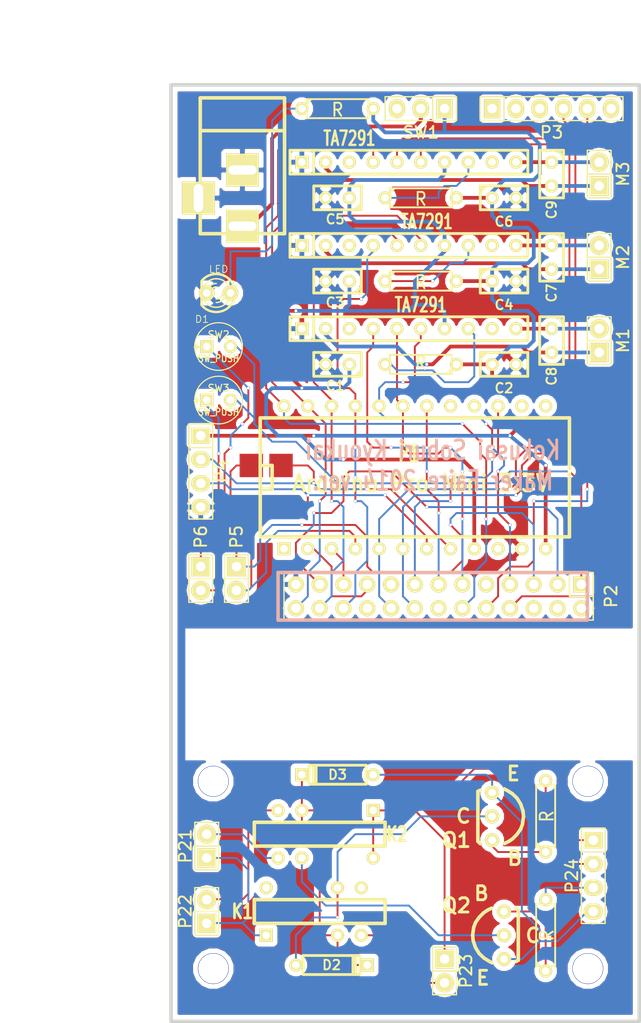
<source format=kicad_pcb>
(kicad_pcb (version 4) (host pcbnew "(2014-10-07 BZR 5167)-product")
  (title_block (date "4 oct 2013"))
  (layers (0 表面 signal hide) (31 裏面 signal) (34 B.Paste user hide) (35 F.Paste user hide) (36 B.SilkS user hide) (37 F.SilkS user) (38 B.Mask user hide) (39 F.Mask user hide) (44 Edge.Cuts user))
  (net 0 "")
  (net 1 GNDPWR)
  (net 2 3.3V)
  (net 3 5V)
  (net 4 "Net-(D1-Pad1)")
  (net 5 SPCTRL_B)
  (net 6 SPCTRL_A)
  (net 7 CTRL_A3)
  (net 8 CTRL_B3)
  (net 9 /SCK)
  (net 10 /MISO)
  (net 11 /MOSI)
  (net 12 PWM3)
  (net 13 CTRL_B2)
  (net 14 CTRL_A2)
  (net 15 PWM2)
  (net 16 CTRL_B1)
  (net 17 CTRL_A1)
  (net 18 PWM1)
  (net 19 "Net-(P3-Pad3)")
  (net 20 "Net-(SW1-Pad3)")
  (net 21 /Vs1)
  (net 22 /Vs2)
  (net 23 /Vs3)
  (net 24 "Net-(D2-Pad2)")
  (net 25 "Net-(D2-Pad1)")
  (net 26 "Net-(D3-Pad1)")
  (net 27 "Net-(K1-Pad1)")
  (net 28 -VAA)
  (net 29 "Net-(K1-Pad6)")
  (net 30 "Net-(K1-Pad10)")
  (net 31 AGND)
  (net 32 "Net-(K2-Pad5)")
  (net 33 "Net-(K2-Pad6)")
  (net 34 "Net-(K2-Pad7)")
  (net 35 /MOTOR_1A)
  (net 36 /MOTOR_2A)
  (net 37 /MOTOR_3A)
  (net 38 /MOTOR_1B)
  (net 39 /MOTOR_2B)
  (net 40 /MOTOR_3B)
  (net 41 SCL)
  (net 42 SDA)
  (net 43 /DC-IN)
  (net 44 "Net-(Q1-PadB)")
  (net 45 "Net-(Q2-PadB)")
  (net 46 "Net-(J1-Pad3)")
  (net 47 "Net-(J1-Pad9)")
  (net 48 "Net-(J2-Pad3)")
  (net 49 "Net-(J2-Pad9)")
  (net 50 "Net-(J3-Pad3)")
  (net 51 "Net-(J3-Pad9)")
  (net 52 "Net-(P1-Pad1)")
  (net 53 "Net-(P1-Pad10)")
  (net 54 "Net-(P1-Pad13)")
  (net 55 "Net-(P1-Pad14)")
  (net 56 "Net-(P1-Pad15)")
  (net 57 "Net-(P1-Pad16)")
  (net 58 "Net-(P1-Pad17)")
  (net 59 "Net-(P2-Pad1)")
  (net 60 "Net-(P2-Pad2)")
  (net 61 "Net-(P2-Pad4)")
  (net 62 "Net-(P2-Pad10)")
  (net 63 "Net-(P2-Pad8)")
  (net 64 "Net-(P24-Pad2)")
  (net 65 "Net-(P24-Pad3)")
  (net 66 "Net-(P2-Pad6)")
  (net 67 "Net-(P2-Pad9)")
  (net 68 "Net-(P2-Pad14)")
  (net 69 "Net-(P2-Pad17)")
  (net 70 "Net-(P2-Pad20)")
  (net 71 "Net-(P3-Pad1)")
  (net 72 "Net-(P3-Pad2)")
  (net 73 "Net-(P3-Pad6)")
  (net 74 "Net-(P6-Pad1)")
  (net 75 "Net-(P6-Pad2)")
  (module Sockets_DIP:DIP-24__600 (layer 表面) (at 136.525 82.55)
    (fp_text reference P1 (at -0.635 -2.54) (layer F.SilkS) (effects (font (size 1.778 1.143) (thickness 0.28575))))
    (fp_text value "Arduino Pro Mini 3.3V" (at 0.635 0.635) (layer F.SilkS) (effects (font (size 1.778 1.651) (thickness 0.3048))))
    (pad 1 thru_hole rect (at -13.97 7.62) (size 1.397 1.397) (drill 0.8128) (layers *.Cu *.Mask F.SilkS) (net 52 "Net-(P1-Pad1)"))
    (pad 2 thru_hole circle (at -11.43 7.62) (size 1.397 1.397) (drill 0.8128) (layers *.Cu *.Mask F.SilkS) (net 11 /MOSI))
    (pad 3 thru_hole circle (at -8.89 7.62) (size 1.397 1.397) (drill 0.8128) (layers *.Cu *.Mask F.SilkS) (net 10 /MISO))
    (pad 4 thru_hole circle (at -6.35 7.62) (size 1.397 1.397) (drill 0.8128) (layers *.Cu *.Mask F.SilkS) (net 9 /SCK))
    (pad 5 thru_hole circle (at -3.81 7.62) (size 1.397 1.397) (drill 0.8128) (layers *.Cu *.Mask F.SilkS) (net 8 CTRL_B3))
    (pad 6 thru_hole circle (at -1.27 7.62) (size 1.397 1.397) (drill 0.8128) (layers *.Cu *.Mask F.SilkS) (net 7 CTRL_A3))
    (pad 7 thru_hole circle (at 1.27 7.62) (size 1.397 1.397) (drill 0.8128) (layers *.Cu *.Mask F.SilkS) (net 6 SPCTRL_A))
    (pad 8 thru_hole circle (at 3.81 7.62) (size 1.397 1.397) (drill 0.8128) (layers *.Cu *.Mask F.SilkS) (net 5 SPCTRL_B))
    (pad 9 thru_hole circle (at 6.35 7.62) (size 1.397 1.397) (drill 0.8128) (layers *.Cu *.Mask F.SilkS) (net 2 3.3V))
    (pad 10 thru_hole circle (at 8.89 7.62) (size 1.397 1.397) (drill 0.8128) (layers *.Cu *.Mask F.SilkS) (net 53 "Net-(P1-Pad10)"))
    (pad 11 thru_hole circle (at 11.43 7.62) (size 1.397 1.397) (drill 0.8128) (layers *.Cu *.Mask F.SilkS) (net 1 GNDPWR))
    (pad 12 thru_hole circle (at 13.97 7.62) (size 1.397 1.397) (drill 0.8128) (layers *.Cu *.Mask F.SilkS) (net 3 5V))
    (pad 13 thru_hole circle (at 13.97 -7.62) (size 1.397 1.397) (drill 0.8128) (layers *.Cu *.Mask F.SilkS) (net 54 "Net-(P1-Pad13)"))
    (pad 14 thru_hole circle (at 11.43 -7.62) (size 1.397 1.397) (drill 0.8128) (layers *.Cu *.Mask F.SilkS) (net 55 "Net-(P1-Pad14)"))
    (pad 15 thru_hole circle (at 8.89 -7.62) (size 1.397 1.397) (drill 0.8128) (layers *.Cu *.Mask F.SilkS) (net 56 "Net-(P1-Pad15)"))
    (pad 16 thru_hole circle (at 6.35 -7.62) (size 1.397 1.397) (drill 0.8128) (layers *.Cu *.Mask F.SilkS) (net 57 "Net-(P1-Pad16)"))
    (pad 17 thru_hole circle (at 3.81 -7.62) (size 1.397 1.397) (drill 0.8128) (layers *.Cu *.Mask F.SilkS) (net 58 "Net-(P1-Pad17)"))
    (pad 18 thru_hole circle (at 1.27 -7.62) (size 1.397 1.397) (drill 0.8128) (layers *.Cu *.Mask F.SilkS) (net 18 PWM1))
    (pad 19 thru_hole circle (at -1.27 -7.62) (size 1.397 1.397) (drill 0.8128) (layers *.Cu *.Mask F.SilkS) (net 17 CTRL_A1))
    (pad 20 thru_hole circle (at -3.81 -7.62) (size 1.397 1.397) (drill 0.8128) (layers *.Cu *.Mask F.SilkS) (net 16 CTRL_B1))
    (pad 21 thru_hole circle (at -6.35 -7.62) (size 1.397 1.397) (drill 0.8128) (layers *.Cu *.Mask F.SilkS) (net 15 PWM2))
    (pad 22 thru_hole circle (at -8.89 -7.62) (size 1.397 1.397) (drill 0.8128) (layers *.Cu *.Mask F.SilkS) (net 14 CTRL_A2))
    (pad 23 thru_hole circle (at -11.43 -7.62) (size 1.397 1.397) (drill 0.8128) (layers *.Cu *.Mask F.SilkS) (net 13 CTRL_B2))
    (pad 24 thru_hole circle (at -13.97 -7.62) (size 1.397 1.397) (drill 0.8128) (layers *.Cu *.Mask F.SilkS) (net 12 PWM3))
  )
  (module Discret:C1 (layer 表面) (at 128.27 61.595 180)
    (fp_text reference C3 (at 0.254 -2.286 180) (layer F.SilkS) (effects (font (size 1.016 1.016) (thickness 0.2032))))
    (fp_text value C hide)
    (pad 1 thru_hole circle (at -1.27 0 180) (size 1.397 1.397) (drill 0.8128) (layers *.Cu *.Mask F.SilkS) (net 2 3.3V))
    (pad 2 thru_hole circle (at 1.27 0 180) (size 1.397 1.397) (drill 0.8128) (layers *.Cu *.Mask F.SilkS) (net 1 GNDPWR))
  )
  (module Discret:C1 (layer 表面) (at 146.05 61.595)
    (fp_text reference C4 (at 0 2.54) (layer F.SilkS) (effects (font (size 1.016 1.016) (thickness 0.2032))))
    (fp_text value C hide)
    (pad 1 thru_hole circle (at -1.27 0) (size 1.397 1.397) (drill 0.8128) (layers *.Cu *.Mask F.SilkS) (net 3 5V))
    (pad 2 thru_hole circle (at 1.27 0) (size 1.397 1.397) (drill 0.8128) (layers *.Cu *.Mask F.SilkS) (net 1 GNDPWR))
  )
  (module Discret:C1 (layer 表面) (at 128.27 52.705 180)
    (fp_text reference C5 (at 0.254 -2.286 180) (layer F.SilkS) (effects (font (size 1.016 1.016) (thickness 0.2032))))
    (fp_text value C hide)
    (pad 1 thru_hole circle (at -1.27 0 180) (size 1.397 1.397) (drill 0.8128) (layers *.Cu *.Mask F.SilkS) (net 2 3.3V))
    (pad 2 thru_hole circle (at 1.27 0 180) (size 1.397 1.397) (drill 0.8128) (layers *.Cu *.Mask F.SilkS) (net 1 GNDPWR))
  )
  (module Discret:C1 (layer 表面) (at 146.05 52.705)
    (fp_text reference C6 (at 0 2.54) (layer F.SilkS) (effects (font (size 1.016 1.016) (thickness 0.2032))))
    (fp_text value C hide)
    (pad 1 thru_hole circle (at -1.27 0) (size 1.397 1.397) (drill 0.8128) (layers *.Cu *.Mask F.SilkS) (net 3 5V))
    (pad 2 thru_hole circle (at 1.27 0) (size 1.397 1.397) (drill 0.8128) (layers *.Cu *.Mask F.SilkS) (net 1 GNDPWR))
  )
  (module Connect:BARREL_JACK (layer 表面) (at 118.11 49.53 270)
    (fp_text reference CON1 hide)
    (fp_text value BARREL_JACK hide)
    (pad 1 thru_hole rect (at 6.20014 0 270) (size 3.50012 3.50012) (drill oval 1.00076 2.99974) (layers *.Cu *.Mask F.SilkS) (net 43 /DC-IN))
    (pad 2 thru_hole rect (at 0.20066 0 270) (size 3.50012 3.50012) (drill oval 1.00076 2.99974) (layers *.Cu *.Mask F.SilkS) (net 1 GNDPWR))
    (pad 3 thru_hole rect (at 3.2004 4.699 270) (size 3.50012 3.50012) (drill oval 2.99974 1.00076) (layers *.Cu *.Mask F.SilkS) (net 1 GNDPWR))
  )
  (module LEDs:LED-3MM (layer 表面) (at 115.57 62.865 180)
    (fp_text reference D1 (at 1.778 -2.794 180) (layer F.SilkS) (effects (font (size 0.762 0.762) (thickness 0.0889))))
    (fp_text value LED (at 0 2.54 180) (layer F.SilkS) (effects (font (size 0.762 0.762) (thickness 0.0889))))
    (pad 1 thru_hole circle (at -1.27 0 180) (size 1.6764 1.6764) (drill 0.8128) (layers *.Cu *.Mask F.SilkS) (net 4 "Net-(D1-Pad1)"))
    (pad 2 thru_hole circle (at 1.27 0 180) (size 1.6764 1.6764) (drill 0.8128) (layers *.Cu *.Mask F.SilkS) (net 1 GNDPWR))
  )
  (module Pin_Headers:Pin_Header_Straight_1x02 (layer 表面) (at 156.21 59.055 90)
    (fp_text reference M2 (at 0 2.54 90) (layer F.SilkS) (effects (font (size 1.27 1.27) (thickness 0.2032))))
    (fp_text value dcmotor hide)
    (pad 1 thru_hole rect (at -1.27 0 90) (size 2.032 2.032) (drill 1.016) (layers *.Cu *.Mask F.SilkS) (net 36 /MOTOR_2A))
    (pad 2 thru_hole oval (at 1.27 0 90) (size 2.032 2.032) (drill 1.016) (layers *.Cu *.Mask F.SilkS) (net 39 /MOTOR_2B))
  )
  (module Pin_Headers:Pin_Header_Straight_1x02 (layer 表面) (at 156.21 50.165 90)
    (fp_text reference M3 (at 0 2.54 90) (layer F.SilkS) (effects (font (size 1.27 1.27) (thickness 0.2032))))
    (fp_text value dcmotor hide)
    (pad 1 thru_hole rect (at -1.27 0 90) (size 2.032 2.032) (drill 1.016) (layers *.Cu *.Mask F.SilkS) (net 37 /MOTOR_3A))
    (pad 2 thru_hole oval (at 1.27 0 90) (size 2.032 2.032) (drill 1.016) (layers *.Cu *.Mask F.SilkS) (net 40 /MOTOR_3B))
  )
  (module Connect:SIL-10 (layer 表面) (at 135.89 66.675)
    (fp_text reference J1 hide)
    (fp_text value TA7291 (at 1.27 -2.54) (layer F.SilkS) (effects (font (size 1.524 1.016) (thickness 0.254))))
    (pad 1 thru_hole rect (at -11.43 0) (size 1.397 1.397) (drill 0.8128) (layers *.Cu *.Mask F.SilkS) (net 1 GNDPWR))
    (pad 2 thru_hole circle (at -8.89 0) (size 1.397 1.397) (drill 0.8128) (layers *.Cu *.Mask F.SilkS) (net 35 /MOTOR_1A))
    (pad 3 thru_hole circle (at -6.35 0) (size 1.397 1.397) (drill 0.8128) (layers *.Cu *.Mask F.SilkS) (net 46 "Net-(J1-Pad3)"))
    (pad 4 thru_hole circle (at -3.81 0) (size 1.397 1.397) (drill 0.8128) (layers *.Cu *.Mask F.SilkS) (net 18 PWM1))
    (pad 5 thru_hole circle (at -1.27 0) (size 1.397 1.397) (drill 0.8128) (layers *.Cu *.Mask F.SilkS) (net 17 CTRL_A1))
    (pad 6 thru_hole circle (at 1.27 0) (size 1.397 1.397) (drill 0.8128) (layers *.Cu *.Mask F.SilkS) (net 16 CTRL_B1))
    (pad 7 thru_hole circle (at 3.81 0) (size 1.397 1.397) (drill 0.8128) (layers *.Cu *.Mask F.SilkS) (net 2 3.3V))
    (pad 8 thru_hole circle (at 6.35 0) (size 1.397 1.397) (drill 0.8128) (layers *.Cu *.Mask F.SilkS) (net 21 /Vs1))
    (pad 9 thru_hole circle (at 8.89 0) (size 1.397 1.397) (drill 0.8128) (layers *.Cu *.Mask F.SilkS) (net 47 "Net-(J1-Pad9)"))
    (pad 10 thru_hole circle (at 11.43 0) (size 1.397 1.397) (drill 0.8128) (layers *.Cu *.Mask F.SilkS) (net 38 /MOTOR_1B))
  )
  (module Connect:SIL-10 (layer 表面) (at 135.89 57.785)
    (fp_text reference J2 hide)
    (fp_text value TA7291 (at 1.905 -2.54) (layer F.SilkS) (effects (font (size 1.524 1.016) (thickness 0.254))))
    (pad 1 thru_hole rect (at -11.43 0) (size 1.397 1.397) (drill 0.8128) (layers *.Cu *.Mask F.SilkS) (net 1 GNDPWR))
    (pad 2 thru_hole circle (at -8.89 0) (size 1.397 1.397) (drill 0.8128) (layers *.Cu *.Mask F.SilkS) (net 36 /MOTOR_2A))
    (pad 3 thru_hole circle (at -6.35 0) (size 1.397 1.397) (drill 0.8128) (layers *.Cu *.Mask F.SilkS) (net 48 "Net-(J2-Pad3)"))
    (pad 4 thru_hole circle (at -3.81 0) (size 1.397 1.397) (drill 0.8128) (layers *.Cu *.Mask F.SilkS) (net 15 PWM2))
    (pad 5 thru_hole circle (at -1.27 0) (size 1.397 1.397) (drill 0.8128) (layers *.Cu *.Mask F.SilkS) (net 14 CTRL_A2))
    (pad 6 thru_hole circle (at 1.27 0) (size 1.397 1.397) (drill 0.8128) (layers *.Cu *.Mask F.SilkS) (net 13 CTRL_B2))
    (pad 7 thru_hole circle (at 3.81 0) (size 1.397 1.397) (drill 0.8128) (layers *.Cu *.Mask F.SilkS) (net 2 3.3V))
    (pad 8 thru_hole circle (at 6.35 0) (size 1.397 1.397) (drill 0.8128) (layers *.Cu *.Mask F.SilkS) (net 22 /Vs2))
    (pad 9 thru_hole circle (at 8.89 0) (size 1.397 1.397) (drill 0.8128) (layers *.Cu *.Mask F.SilkS) (net 49 "Net-(J2-Pad9)"))
    (pad 10 thru_hole circle (at 11.43 0) (size 1.397 1.397) (drill 0.8128) (layers *.Cu *.Mask F.SilkS) (net 39 /MOTOR_2B))
  )
  (module Connect:SIL-10 (layer 表面) (at 135.89 48.895)
    (fp_text reference J3 hide)
    (fp_text value TA7291 (at -6.35 -2.54) (layer F.SilkS) (effects (font (size 1.524 1.016) (thickness 0.254))))
    (pad 1 thru_hole rect (at -11.43 0) (size 1.397 1.397) (drill 0.8128) (layers *.Cu *.Mask F.SilkS) (net 1 GNDPWR))
    (pad 2 thru_hole circle (at -8.89 0) (size 1.397 1.397) (drill 0.8128) (layers *.Cu *.Mask F.SilkS) (net 37 /MOTOR_3A))
    (pad 3 thru_hole circle (at -6.35 0) (size 1.397 1.397) (drill 0.8128) (layers *.Cu *.Mask F.SilkS) (net 50 "Net-(J3-Pad3)"))
    (pad 4 thru_hole circle (at -3.81 0) (size 1.397 1.397) (drill 0.8128) (layers *.Cu *.Mask F.SilkS) (net 12 PWM3))
    (pad 5 thru_hole circle (at -1.27 0) (size 1.397 1.397) (drill 0.8128) (layers *.Cu *.Mask F.SilkS) (net 7 CTRL_A3))
    (pad 6 thru_hole circle (at 1.27 0) (size 1.397 1.397) (drill 0.8128) (layers *.Cu *.Mask F.SilkS) (net 8 CTRL_B3))
    (pad 7 thru_hole circle (at 3.81 0) (size 1.397 1.397) (drill 0.8128) (layers *.Cu *.Mask F.SilkS) (net 2 3.3V))
    (pad 8 thru_hole circle (at 6.35 0) (size 1.397 1.397) (drill 0.8128) (layers *.Cu *.Mask F.SilkS) (net 23 /Vs3))
    (pad 9 thru_hole circle (at 8.89 0) (size 1.397 1.397) (drill 0.8128) (layers *.Cu *.Mask F.SilkS) (net 51 "Net-(J3-Pad9)"))
    (pad 10 thru_hole circle (at 11.43 0) (size 1.397 1.397) (drill 0.8128) (layers *.Cu *.Mask F.SilkS) (net 40 /MOTOR_3B))
  )
  (module Pin_Headers:Pin_Header_Straight_1x06 (layer 表面) (at 151.13 43.18)
    (fp_text reference P3 (at 0 2.54) (layer F.SilkS) (effects (font (size 1.27 1.27) (thickness 0.2032))))
    (fp_text value CONN_01X06 hide)
    (pad 1 thru_hole rect (at -6.35 0) (size 1.7272 2.032) (drill 1.016) (layers *.Cu *.Mask F.SilkS) (net 71 "Net-(P3-Pad1)"))
    (pad 2 thru_hole oval (at -3.81 0) (size 1.7272 2.032) (drill 1.016) (layers *.Cu *.Mask F.SilkS) (net 72 "Net-(P3-Pad2)"))
    (pad 3 thru_hole oval (at -1.27 0) (size 1.7272 2.032) (drill 1.016) (layers *.Cu *.Mask F.SilkS) (net 19 "Net-(P3-Pad3)"))
    (pad 4 thru_hole oval (at 1.27 0) (size 1.7272 2.032) (drill 1.016) (layers *.Cu *.Mask F.SilkS) (net 62 "Net-(P2-Pad10)"))
    (pad 5 thru_hole oval (at 3.81 0) (size 1.7272 2.032) (drill 1.016) (layers *.Cu *.Mask F.SilkS) (net 63 "Net-(P2-Pad8)"))
    (pad 6 thru_hole oval (at 6.35 0) (size 1.7272 2.032) (drill 1.016) (layers *.Cu *.Mask F.SilkS) (net 73 "Net-(P3-Pad6)"))
  )
  (module Discret:R3 (layer 表面) (at 128.27 43.18)
    (fp_text reference R1 hide)
    (fp_text value R (at 0 0.127) (layer F.SilkS) (effects (font (size 1.397 1.27) (thickness 0.2032))))
    (pad 1 thru_hole circle (at -3.81 0) (size 1.397 1.397) (drill 0.8128) (layers *.Cu *.Mask F.SilkS) (net 4 "Net-(D1-Pad1)"))
    (pad 2 thru_hole circle (at 3.81 0) (size 1.397 1.397) (drill 0.8128) (layers *.Cu *.Mask F.SilkS) (net 3 5V))
  )
  (module Discret:R3 (layer 表面) (at 137.16 61.595)
    (fp_text reference R3 hide)
    (fp_text value R (at 0 0.127) (layer F.SilkS) (effects (font (size 1.397 1.27) (thickness 0.2032))))
    (pad 1 thru_hole circle (at -3.81 0) (size 1.397 1.397) (drill 0.8128) (layers *.Cu *.Mask F.SilkS) (net 22 /Vs2))
    (pad 2 thru_hole circle (at 3.81 0) (size 1.397 1.397) (drill 0.8128) (layers *.Cu *.Mask F.SilkS) (net 3 5V))
  )
  (module Discret:R3 (layer 表面) (at 137.16 52.705)
    (fp_text reference R4 hide)
    (fp_text value R (at 0 0.127) (layer F.SilkS) (effects (font (size 1.397 1.27) (thickness 0.2032))))
    (pad 1 thru_hole circle (at -3.81 0) (size 1.397 1.397) (drill 0.8128) (layers *.Cu *.Mask F.SilkS) (net 23 /Vs3))
    (pad 2 thru_hole circle (at 3.81 0) (size 1.397 1.397) (drill 0.8128) (layers *.Cu *.Mask F.SilkS) (net 3 5V))
  )
  (module Pin_Headers:Pin_Header_Straight_1x03 (layer 表面) (at 137.16 43.18 180)
    (fp_text reference SW1 (at 0 -2.54 180) (layer F.SilkS) (effects (font (size 1.27 1.27) (thickness 0.2032))))
    (fp_text value SWITCH_INV hide)
    (pad 1 thru_hole rect (at -2.54 0 180) (size 1.7272 2.032) (drill 1.016) (layers *.Cu *.Mask F.SilkS) (net 3 5V))
    (pad 2 thru_hole oval (at 0 0 180) (size 1.7272 2.032) (drill 1.016) (layers *.Cu *.Mask F.SilkS) (net 43 /DC-IN))
    (pad 3 thru_hole oval (at 2.54 0 180) (size 1.7272 2.032) (drill 1.016) (layers *.Cu *.Mask F.SilkS) (net 20 "Net-(SW1-Pad3)"))
  )
  (module Discret:C1 (layer 表面) (at 128.27 70.485 180)
    (fp_text reference C1 (at 0.254 -2.286 180) (layer F.SilkS) (effects (font (size 1.016 1.016) (thickness 0.2032))))
    (fp_text value C hide)
    (pad 1 thru_hole circle (at -1.27 0 180) (size 1.397 1.397) (drill 0.8128) (layers *.Cu *.Mask F.SilkS) (net 2 3.3V))
    (pad 2 thru_hole circle (at 1.27 0 180) (size 1.397 1.397) (drill 0.8128) (layers *.Cu *.Mask F.SilkS) (net 1 GNDPWR))
  )
  (module Discret:C1 (layer 表面) (at 146.05 70.485)
    (fp_text reference C2 (at 0 2.54) (layer F.SilkS) (effects (font (size 1.016 1.016) (thickness 0.2032))))
    (fp_text value C hide)
    (pad 1 thru_hole circle (at -1.27 0) (size 1.397 1.397) (drill 0.8128) (layers *.Cu *.Mask F.SilkS) (net 3 5V))
    (pad 2 thru_hole circle (at 1.27 0) (size 1.397 1.397) (drill 0.8128) (layers *.Cu *.Mask F.SilkS) (net 1 GNDPWR))
  )
  (module Pin_Headers:Pin_Header_Straight_1x02 (layer 表面) (at 156.21 67.945 90)
    (fp_text reference M1 (at 0 2.54 90) (layer F.SilkS) (effects (font (size 1.27 1.27) (thickness 0.2032))))
    (fp_text value dcmotor hide)
    (pad 1 thru_hole rect (at -1.27 0 90) (size 2.032 2.032) (drill 1.016) (layers *.Cu *.Mask F.SilkS) (net 35 /MOTOR_1A))
    (pad 2 thru_hole oval (at 1.27 0 90) (size 2.032 2.032) (drill 1.016) (layers *.Cu *.Mask F.SilkS) (net 38 /MOTOR_1B))
  )
  (module Pin_Headers:Pin_Header_Straight_1x04 (layer 表面) (at 113.665 81.915 270)
    (fp_text reference P4 (at 0 -2.286 270) (layer F.SilkS) (effects (font (size 1.27 1.27) (thickness 0.2032))))
    (fp_text value CONN_01X04 hide)
    (pad 1 thru_hole rect (at -3.81 0 270) (size 1.7272 2.032) (drill 1.016) (layers *.Cu *.Mask F.SilkS) (net 3 5V))
    (pad 2 thru_hole oval (at -1.27 0 270) (size 1.7272 2.032) (drill 1.016) (layers *.Cu *.Mask F.SilkS) (net 5 SPCTRL_B))
    (pad 3 thru_hole oval (at 1.27 0 270) (size 1.7272 2.032) (drill 1.016) (layers *.Cu *.Mask F.SilkS) (net 6 SPCTRL_A))
    (pad 4 thru_hole oval (at 3.81 0 270) (size 1.7272 2.032) (drill 1.016) (layers *.Cu *.Mask F.SilkS) (net 1 GNDPWR))
  )
  (module Pin_Headers:Pin_Header_Straight_1x02 (layer 表面) (at 117.475 93.345 270)
    (fp_text reference P5 (at -4.445 0 270) (layer F.SilkS) (effects (font (size 1.27 1.27) (thickness 0.2032))))
    (fp_text value CONN_01X02 hide)
    (pad 1 thru_hole rect (at -1.27 0 270) (size 2.032 2.032) (drill 1.016) (layers *.Cu *.Mask F.SilkS) (net 41 SCL))
    (pad 2 thru_hole oval (at 1.27 0 270) (size 2.032 2.032) (drill 1.016) (layers *.Cu *.Mask F.SilkS) (net 42 SDA))
  )
  (module Pin_Headers:Pin_Header_Straight_1x02 (layer 表面) (at 113.665 93.345 270)
    (fp_text reference P6 (at -4.445 0 270) (layer F.SilkS) (effects (font (size 1.27 1.27) (thickness 0.2032))))
    (fp_text value CONN_01X02 hide)
    (pad 1 thru_hole rect (at -1.27 0 270) (size 2.032 2.032) (drill 1.016) (layers *.Cu *.Mask F.SilkS) (net 74 "Net-(P6-Pad1)"))
    (pad 2 thru_hole oval (at 1.27 0 270) (size 2.032 2.032) (drill 1.016) (layers *.Cu *.Mask F.SilkS) (net 75 "Net-(P6-Pad2)"))
  )
  (module Pin_Headers:Pin_Header_Straight_2x13 (layer 表面) (at 139.065 95.25 180)
    (fp_text reference P2 (at -18.415 0 270) (layer F.SilkS) (effects (font (size 1.27 1.27) (thickness 0.2032))))
    (fp_text value RPI_EX_HEADER hide)
    (pad 1 thru_hole rect (at -15.24 1.27 180) (size 1.7272 1.7272) (drill 1.016) (layers *.Cu *.Mask F.SilkS) (net 59 "Net-(P2-Pad1)"))
    (pad 2 thru_hole oval (at -15.24 -1.27 180) (size 1.7272 1.7272) (drill 1.016) (layers *.Cu *.Mask F.SilkS) (net 60 "Net-(P2-Pad2)"))
    (pad 3 thru_hole oval (at -12.7 1.27 180) (size 1.7272 1.7272) (drill 1.016) (layers *.Cu *.Mask F.SilkS) (net 42 SDA))
    (pad 4 thru_hole oval (at -12.7 -1.27 180) (size 1.7272 1.7272) (drill 1.016) (layers *.Cu *.Mask F.SilkS) (net 61 "Net-(P2-Pad4)"))
    (pad 5 thru_hole oval (at -10.16 1.27 180) (size 1.7272 1.7272) (drill 1.016) (layers *.Cu *.Mask F.SilkS) (net 41 SCL))
    (pad 6 thru_hole oval (at -10.16 -1.27 180) (size 1.7272 1.7272) (drill 1.016) (layers *.Cu *.Mask F.SilkS) (net 66 "Net-(P2-Pad6)"))
    (pad 7 thru_hole oval (at -7.62 1.27 180) (size 1.7272 1.7272) (drill 1.016) (layers *.Cu *.Mask F.SilkS) (net 16 CTRL_B1))
    (pad 8 thru_hole oval (at -7.62 -1.27 180) (size 1.7272 1.7272) (drill 1.016) (layers *.Cu *.Mask F.SilkS) (net 63 "Net-(P2-Pad8)"))
    (pad 9 thru_hole oval (at -5.08 1.27 180) (size 1.7272 1.7272) (drill 1.016) (layers *.Cu *.Mask F.SilkS) (net 67 "Net-(P2-Pad9)"))
    (pad 10 thru_hole oval (at -5.08 -1.27 180) (size 1.7272 1.7272) (drill 1.016) (layers *.Cu *.Mask F.SilkS) (net 62 "Net-(P2-Pad10)"))
    (pad 11 thru_hole oval (at -2.54 1.27 180) (size 1.7272 1.7272) (drill 1.016) (layers *.Cu *.Mask F.SilkS) (net 17 CTRL_A1))
    (pad 12 thru_hole oval (at -2.54 -1.27 180) (size 1.7272 1.7272) (drill 1.016) (layers *.Cu *.Mask F.SilkS) (net 12 PWM3))
    (pad 13 thru_hole oval (at 0 1.27 180) (size 1.7272 1.7272) (drill 1.016) (layers *.Cu *.Mask F.SilkS) (net 18 PWM1))
    (pad 14 thru_hole oval (at 0 -1.27 180) (size 1.7272 1.7272) (drill 1.016) (layers *.Cu *.Mask F.SilkS) (net 68 "Net-(P2-Pad14)"))
    (pad 15 thru_hole oval (at 2.54 1.27 180) (size 1.7272 1.7272) (drill 1.016) (layers *.Cu *.Mask F.SilkS) (net 56 "Net-(P1-Pad15)"))
    (pad 16 thru_hole oval (at 2.54 -1.27 180) (size 1.7272 1.7272) (drill 1.016) (layers *.Cu *.Mask F.SilkS) (net 7 CTRL_A3))
    (pad 17 thru_hole oval (at 5.08 1.27 180) (size 1.7272 1.7272) (drill 1.016) (layers *.Cu *.Mask F.SilkS) (net 69 "Net-(P2-Pad17)"))
    (pad 18 thru_hole oval (at 5.08 -1.27 180) (size 1.7272 1.7272) (drill 1.016) (layers *.Cu *.Mask F.SilkS) (net 8 CTRL_B3))
    (pad 19 thru_hole oval (at 7.62 1.27 180) (size 1.7272 1.7272) (drill 1.016) (layers *.Cu *.Mask F.SilkS) (net 11 /MOSI))
    (pad 20 thru_hole oval (at 7.62 -1.27 180) (size 1.7272 1.7272) (drill 1.016) (layers *.Cu *.Mask F.SilkS) (net 70 "Net-(P2-Pad20)"))
    (pad 21 thru_hole oval (at 10.16 1.27 180) (size 1.7272 1.7272) (drill 1.016) (layers *.Cu *.Mask F.SilkS) (net 10 /MISO))
    (pad 22 thru_hole oval (at 10.16 -1.27 180) (size 1.7272 1.7272) (drill 1.016) (layers *.Cu *.Mask F.SilkS) (net 15 PWM2))
    (pad 23 thru_hole oval (at 12.7 1.27 180) (size 1.7272 1.7272) (drill 1.016) (layers *.Cu *.Mask F.SilkS) (net 9 /SCK))
    (pad 24 thru_hole oval (at 12.7 -1.27 180) (size 1.7272 1.7272) (drill 1.016) (layers *.Cu *.Mask F.SilkS) (net 14 CTRL_A2))
    (pad 25 thru_hole oval (at 15.24 1.27 180) (size 1.7272 1.7272) (drill 1.016) (layers *.Cu *.Mask F.SilkS) (net 1 GNDPWR))
    (pad 26 thru_hole oval (at 15.24 -1.27 180) (size 1.7272 1.7272) (drill 1.016) (layers *.Cu *.Mask F.SilkS) (net 13 CTRL_B2))
  )
  (module Discret:R3 (layer 表面) (at 137.16 70.485 180)
    (fp_text reference R2 hide)
    (fp_text value R (at 0 0.127 180) (layer F.SilkS) (effects (font (size 1.397 1.27) (thickness 0.2032))))
    (pad 1 thru_hole circle (at -3.81 0 180) (size 1.397 1.397) (drill 0.8128) (layers *.Cu *.Mask F.SilkS) (net 3 5V))
    (pad 2 thru_hole circle (at 3.81 0 180) (size 1.397 1.397) (drill 0.8128) (layers *.Cu *.Mask F.SilkS) (net 21 /Vs1))
  )
  (module Discret:C1V5 (layer 表面) (at 115.57 68.58)
    (fp_text reference SW2 (at 0 -1.26746) (layer F.SilkS) (effects (font (size 0.762 0.762) (thickness 0.127))))
    (fp_text value SW_PUSH (at 0 1.27) (layer F.SilkS) (effects (font (size 0.762 0.635) (thickness 0.127))))
    (fp_text user + (at -2.286 0) (layer F.SilkS) (effects (font (size 0.762 0.762) (thickness 0.2032))))
    (pad 1 thru_hole rect (at -1.27 0) (size 1.397 1.397) (drill 0.8128) (layers *.Cu *.Mask F.SilkS) (net 75 "Net-(P6-Pad2)"))
    (pad 2 thru_hole circle (at 1.27 0) (size 1.397 1.397) (drill 0.8128) (layers *.Cu *.Mask F.SilkS) (net 59 "Net-(P2-Pad1)"))
  )
  (module Discret:C1V5 (layer 表面) (at 115.57 74.295)
    (fp_text reference SW3 (at 0 -1.26746) (layer F.SilkS) (effects (font (size 0.762 0.762) (thickness 0.127))))
    (fp_text value SW_PUSH (at 0 1.27) (layer F.SilkS) (effects (font (size 0.762 0.635) (thickness 0.127))))
    (fp_text user + (at -2.286 0) (layer F.SilkS) (effects (font (size 0.762 0.762) (thickness 0.2032))))
    (pad 1 thru_hole rect (at -1.27 0) (size 1.397 1.397) (drill 0.8128) (layers *.Cu *.Mask F.SilkS) (net 74 "Net-(P6-Pad1)"))
    (pad 2 thru_hole circle (at 1.27 0) (size 1.397 1.397) (drill 0.8128) (layers *.Cu *.Mask F.SilkS) (net 59 "Net-(P2-Pad1)"))
  )
  (module Discret:C1 (layer 表面) (at 151.13 59.055 270)
    (fp_text reference C7 (at 3.81 0 270) (layer F.SilkS) (effects (font (size 1.016 1.016) (thickness 0.2032))))
    (fp_text value C hide)
    (pad 1 thru_hole circle (at -1.27 0 270) (size 1.397 1.397) (drill 0.8128) (layers *.Cu *.Mask F.SilkS) (net 39 /MOTOR_2B))
    (pad 2 thru_hole circle (at 1.27 0 270) (size 1.397 1.397) (drill 0.8128) (layers *.Cu *.Mask F.SilkS) (net 36 /MOTOR_2A))
  )
  (module Discret:C1 (layer 表面) (at 151.13 67.945 270)
    (fp_text reference C8 (at 3.81 0 270) (layer F.SilkS) (effects (font (size 1.016 1.016) (thickness 0.2032))))
    (fp_text value C hide)
    (pad 1 thru_hole circle (at -1.27 0 270) (size 1.397 1.397) (drill 0.8128) (layers *.Cu *.Mask F.SilkS) (net 38 /MOTOR_1B))
    (pad 2 thru_hole circle (at 1.27 0 270) (size 1.397 1.397) (drill 0.8128) (layers *.Cu *.Mask F.SilkS) (net 35 /MOTOR_1A))
  )
  (module Discret:C1 (layer 表面) (at 151.13 50.165 270)
    (fp_text reference C9 (at 3.81 0 270) (layer F.SilkS) (effects (font (size 1.016 1.016) (thickness 0.2032))))
    (fp_text value C hide)
    (pad 1 thru_hole circle (at -1.27 0 270) (size 1.397 1.397) (drill 0.8128) (layers *.Cu *.Mask F.SilkS) (net 40 /MOTOR_3B))
    (pad 2 thru_hole circle (at 1.27 0 270) (size 1.397 1.397) (drill 0.8128) (layers *.Cu *.Mask F.SilkS) (net 37 /MOTOR_3A))
  )
  (module akirelay:solder_jumper (layer 表面) (at 120.65 85.725)
    (fp_text reference W1 hide)
    (fp_text value TEST hide)
    (pad 1 smd rect (at -1.5875 0) (size 2.49936 2.49936) (layers 表面 F.Paste F.Mask) (net 42 SDA))
    (pad 2 smd rect (at 1.5875 0) (size 2.49936 2.49936) (layers 表面 F.Paste F.Mask) (net 6 SPCTRL_A))
  )
  (module akirelay:solder_jumper (layer 表面) (at 120.65 81.28)
    (fp_text reference W2 hide)
    (fp_text value TEST hide)
    (pad 1 smd rect (at -1.5875 0) (size 2.49936 2.49936) (layers 表面 F.Paste F.Mask) (net 41 SCL))
    (pad 2 smd rect (at 1.5875 0) (size 2.49936 2.49936) (layers 表面 F.Paste F.Mask) (net 5 SPCTRL_B))
  )
  (module Discret:D3 (layer 表面) (at 127.635 134.62)
    (fp_text reference D2 (at 0 0) (layer F.SilkS) (effects (font (size 1.016 1.016) (thickness 0.2032))))
    (fp_text value DIODE hide)
    (pad 2 thru_hole rect (at 3.81 0) (size 1.397 1.397) (drill 0.8128) (layers *.Cu *.Mask F.SilkS) (net 24 "Net-(D2-Pad2)"))
    (pad 1 thru_hole circle (at -3.81 0) (size 1.397 1.397) (drill 0.8128) (layers *.Cu *.Mask F.SilkS) (net 25 "Net-(D2-Pad1)"))
  )
  (module Discret:D3 (layer 表面) (at 128.27 114.3 180)
    (fp_text reference D3 (at 0 0 180) (layer F.SilkS) (effects (font (size 1.016 1.016) (thickness 0.2032))))
    (fp_text value DIODE hide)
    (pad 2 thru_hole rect (at 3.81 0 180) (size 1.397 1.397) (drill 0.8128) (layers *.Cu *.Mask F.SilkS) (net 24 "Net-(D2-Pad2)"))
    (pad 1 thru_hole circle (at -3.81 0 180) (size 1.397 1.397) (drill 0.8128) (layers *.Cu *.Mask F.SilkS) (net 26 "Net-(D3-Pad1)"))
  )
  (module akirelay:akizuki_relay (layer 表面) (at 125.73 128.905)
    (fp_text reference K1 (at -7.62 0) (layer F.SilkS) (effects (font (size 1.524 1.143) (thickness 0.3048))))
    (fp_text value RELAY_akizuki hide)
    (pad 1 thru_hole rect (at -5.08 2.54) (size 1.397 1.397) (drill 0.8128) (layers *.Cu *.Mask F.SilkS) (net 27 "Net-(K1-Pad1)"))
    (pad 4 thru_hole circle (at 2.54 2.54) (size 1.397 1.397) (drill 0.8128) (layers *.Cu *.Mask F.SilkS) (net 24 "Net-(D2-Pad2)"))
    (pad 5 thru_hole circle (at 5.08 2.54) (size 1.397 1.397) (drill 0.8128) (layers *.Cu *.Mask F.SilkS) (net 28 -VAA))
    (pad 6 thru_hole circle (at 5.08 -2.54) (size 1.397 1.397) (drill 0.8128) (layers *.Cu *.Mask F.SilkS) (net 29 "Net-(K1-Pad6)"))
    (pad 7 thru_hole circle (at 2.54 -2.54) (size 1.397 1.397) (drill 0.8128) (layers *.Cu *.Mask F.SilkS) (net 25 "Net-(D2-Pad1)"))
    (pad 10 thru_hole circle (at -5.08 -2.54) (size 1.397 1.397) (drill 0.8128) (layers *.Cu *.Mask F.SilkS) (net 30 "Net-(K1-Pad10)"))
  )
  (module akirelay:akizuki_relay (layer 表面) (at 127 120.65 180)
    (fp_text reference K2 (at -7.62 0 180) (layer F.SilkS) (effects (font (size 1.524 1.143) (thickness 0.3048))))
    (fp_text value RELAY_akizuki hide)
    (pad 1 thru_hole rect (at -5.08 2.54 180) (size 1.397 1.397) (drill 0.8128) (layers *.Cu *.Mask F.SilkS) (net 31 AGND))
    (pad 4 thru_hole circle (at 2.54 2.54 180) (size 1.397 1.397) (drill 0.8128) (layers *.Cu *.Mask F.SilkS) (net 24 "Net-(D2-Pad2)"))
    (pad 5 thru_hole circle (at 5.08 2.54 180) (size 1.397 1.397) (drill 0.8128) (layers *.Cu *.Mask F.SilkS) (net 32 "Net-(K2-Pad5)"))
    (pad 6 thru_hole circle (at 5.08 -2.54 180) (size 1.397 1.397) (drill 0.8128) (layers *.Cu *.Mask F.SilkS) (net 33 "Net-(K2-Pad6)"))
    (pad 7 thru_hole circle (at 2.54 -2.54 180) (size 1.397 1.397) (drill 0.8128) (layers *.Cu *.Mask F.SilkS) (net 34 "Net-(K2-Pad7)"))
    (pad 10 thru_hole circle (at -5.08 -2.54 180) (size 1.397 1.397) (drill 0.8128) (layers *.Cu *.Mask F.SilkS) (net 31 AGND))
  )
  (module Housings_TO-92:TO-92-Bipolar-inline-wide-ECB (layer 表面) (at 144.78 118.745)
    (fp_text reference Q1 (at -3.81 2.54) (layer F.SilkS) (effects (font (thickness 0.3048))))
    (fp_text value 2SC1815 hide)
    (fp_text user E (at 2.2606 -4.5593) (layer F.SilkS) (effects (font (size 1.50114 1.50114) (thickness 0.29972))))
    (fp_text user B (at 2.413 4.4704) (layer F.SilkS) (effects (font (size 1.50114 1.50114) (thickness 0.29972))))
    (fp_text user C (at -3.0734 -0.0254) (layer F.SilkS) (effects (font (size 1.50114 1.50114) (thickness 0.29972))))
    (pad C thru_hole circle (at 0 0) (size 1.524 1.524) (drill 0.8128) (layers *.Cu *.Mask F.SilkS) (net 25 "Net-(D2-Pad1)"))
    (pad B thru_hole circle (at 0 2.54) (size 1.524 1.524) (drill 0.8128) (layers *.Cu *.Mask F.SilkS) (net 44 "Net-(Q1-PadB)"))
    (pad E thru_hole circle (at 0 -2.54) (size 1.524 1.524) (drill 0.8128) (layers *.Cu *.Mask F.SilkS) (net 26 "Net-(D3-Pad1)"))
  )
  (module Housings_TO-92:TO-92-Bipolar-inline-wide-ECB (layer 表面) (at 146.05 131.445 180)
    (fp_text reference Q2 (at 5.08 3.175 180) (layer F.SilkS) (effects (font (thickness 0.3048))))
    (fp_text value 2SC1815 hide)
    (fp_text user E (at 2.2606 -4.5593 180) (layer F.SilkS) (effects (font (size 1.50114 1.50114) (thickness 0.29972))))
    (fp_text user B (at 2.413 4.4704 180) (layer F.SilkS) (effects (font (size 1.50114 1.50114) (thickness 0.29972))))
    (fp_text user C (at -3.0734 -0.0254 180) (layer F.SilkS) (effects (font (size 1.50114 1.50114) (thickness 0.29972))))
    (pad C thru_hole circle (at 0 0 180) (size 1.524 1.524) (drill 0.8128) (layers *.Cu *.Mask F.SilkS) (net 34 "Net-(K2-Pad7)"))
    (pad B thru_hole circle (at 0 2.54 180) (size 1.524 1.524) (drill 0.8128) (layers *.Cu *.Mask F.SilkS) (net 45 "Net-(Q2-PadB)"))
    (pad E thru_hole circle (at 0 -2.54 180) (size 1.524 1.524) (drill 0.8128) (layers *.Cu *.Mask F.SilkS) (net 26 "Net-(D3-Pad1)"))
  )
  (module Discret:R3 (layer 表面) (at 150.495 118.745 90)
    (fp_text reference R5 hide)
    (fp_text value R (at 0 0.127 90) (layer F.SilkS) (effects (font (size 1.397 1.27) (thickness 0.2032))))
    (pad 1 thru_hole circle (at -3.81 0 90) (size 1.397 1.397) (drill 0.8128) (layers *.Cu *.Mask F.SilkS) (net 44 "Net-(Q1-PadB)"))
    (pad 2 thru_hole circle (at 3.81 0 90) (size 1.397 1.397) (drill 0.8128) (layers *.Cu *.Mask F.SilkS) (net 64 "Net-(P24-Pad2)"))
  )
  (module Discret:R3 (layer 表面) (at 150.495 131.445 90)
    (fp_text reference R6 hide)
    (fp_text value R (at 0 0.127 90) (layer F.SilkS) (effects (font (size 1.397 1.27) (thickness 0.2032))))
    (pad 1 thru_hole circle (at -3.81 0 90) (size 1.397 1.397) (drill 0.8128) (layers *.Cu *.Mask F.SilkS) (net 45 "Net-(Q2-PadB)"))
    (pad 2 thru_hole circle (at 3.81 0 90) (size 1.397 1.397) (drill 0.8128) (layers *.Cu *.Mask F.SilkS) (net 65 "Net-(P24-Pad3)"))
  )
  (module Pin_Headers:Pin_Header_Straight_1x02 (layer 表面) (at 114.3 121.92 90)
    (fp_text reference P21 (at 0 -2.286 90) (layer F.SilkS) (effects (font (size 1.27 1.27) (thickness 0.2032))))
    (fp_text value CONN_01X02 hide)
    (pad 1 thru_hole rect (at -1.27 0 90) (size 2.032 2.032) (drill 1.016) (layers *.Cu *.Mask F.SilkS) (net 27 "Net-(K1-Pad1)"))
    (pad 2 thru_hole oval (at 1.27 0 90) (size 2.032 2.032) (drill 1.016) (layers *.Cu *.Mask F.SilkS) (net 33 "Net-(K2-Pad6)"))
  )
  (module Pin_Headers:Pin_Header_Straight_1x02 (layer 表面) (at 114.3 128.905 90)
    (fp_text reference P22 (at 0 -2.286 90) (layer F.SilkS) (effects (font (size 1.27 1.27) (thickness 0.2032))))
    (fp_text value CONN_01X02 hide)
    (pad 1 thru_hole rect (at -1.27 0 90) (size 2.032 2.032) (drill 1.016) (layers *.Cu *.Mask F.SilkS) (net 27 "Net-(K1-Pad1)"))
    (pad 2 thru_hole oval (at 1.27 0 90) (size 2.032 2.032) (drill 1.016) (layers *.Cu *.Mask F.SilkS) (net 32 "Net-(K2-Pad5)"))
  )
  (module Pin_Headers:Pin_Header_Straight_1x02 (layer 表面) (at 139.7 135.255 270)
    (fp_text reference P23 (at 0 -2.286 270) (layer F.SilkS) (effects (font (size 1.27 1.27) (thickness 0.2032))))
    (fp_text value CONN_01X02 hide)
    (pad 1 thru_hole rect (at -1.27 0 270) (size 2.032 2.032) (drill 1.016) (layers *.Cu *.Mask F.SilkS) (net 31 AGND))
    (pad 2 thru_hole oval (at 1.27 0 270) (size 2.032 2.032) (drill 1.016) (layers *.Cu *.Mask F.SilkS) (net 28 -VAA))
  )
  (module Socket_Strips:Socket_Strip_Straight_1x04 (layer 表面) (at 155.575 125.095 90)
    (fp_text reference P24 (at 0 -2.286 90) (layer F.SilkS) (effects (font (size 1.27 1.27) (thickness 0.2032))))
    (fp_text value CONN_01X04 hide)
    (pad 1 thru_hole rect (at 3.81 0 270) (size 1.7272 2.032) (drill 1.016) (layers *.Cu *.Mask F.SilkS) (net 24 "Net-(D2-Pad2)"))
    (pad 2 thru_hole oval (at 1.27 0 270) (size 1.7272 2.032) (drill 1.016) (layers *.Cu *.Mask F.SilkS) (net 64 "Net-(P24-Pad2)"))
    (pad 3 thru_hole oval (at -1.27 0 270) (size 1.7272 2.032) (drill 1.016) (layers *.Cu *.Mask F.SilkS) (net 65 "Net-(P24-Pad3)"))
    (pad 4 thru_hole oval (at -3.81 0 270) (size 1.7272 2.032) (drill 1.016) (layers *.Cu *.Mask F.SilkS) (net 26 "Net-(D3-Pad1)"))
  )
  (gr_line (start 110.49 140.64) (end 110.49 40.64) (angle 90) (layer Edge.Cuts) (width 0.381))
  (gr_line (start 160.49 140.64) (end 110.49 140.64) (angle 90) (layer Edge.Cuts) (width 0.381))
  (gr_line (start 160.49 40.64) (end 160.49 140.64) (angle 90) (layer Edge.Cuts) (width 0.381))
  (gr_line (start 110.49 40.64) (end 160.49 40.64) (angle 90) (layer Edge.Cuts) (width 0.381))
  (gr_text "Kokusai Soburi Kyoukai\nMaker Faire 2014 ver." (at 138.43 81.28) (layer B.SilkS) (effects (font (size 2.032 1.524) (thickness 0.3048)) (justify mirror)))
  (gr_line (start 154.94 92.71) (end 121.92 92.71) (angle 90) (layer B.SilkS) (width 0.381))
  (gr_line (start 154.94 97.79) (end 154.94 92.71) (angle 90) (layer B.SilkS) (width 0.381))
  (gr_line (start 121.92 97.79) (end 154.94 97.79) (angle 90) (layer B.SilkS) (width 0.381))
  (gr_line (start 121.92 92.71) (end 121.92 97.79) (angle 90) (layer B.SilkS) (width 0.381))
  (via (at 115 135) (size 3.3) (drill 3.2) (layers 表面 裏面) (net 0))
  (via (at 115 115) (size 3.3) (drill 3.2) (layers 表面 裏面) (net 0))
  (via (at 155 115) (size 3.3) (drill 3.2) (layers 表面 裏面) (net 0))
  (via (at 155 135) (size 3.3) (drill 3.2) (layers 表面 裏面) (net 0))
  (segment (start 114.3 62.865) (end 113.03 64.135) (width 0.4) (layer 裏面) (net 1))
  (segment (start 112.395 64.135) (end 111.76 64.77) (width 0.4) (layer 裏面) (net 1))
  (segment (start 113.03 64.135) (end 112.395 64.135) (width 0.4) (layer 裏面) (net 1))
  (segment (start 147.955 90.17) (end 146.685 88.9) (width 0.4) (layer 表面) (net 1))
  (segment (start 146.685 88.9) (end 147.955 87.63) (width 0.4) (layer 表面) (net 1))
  (segment (start 147.32 61.595) (end 148.59 62.865) (width 0.4) (layer 裏面) (net 1))
  (segment (start 148.59 62.865) (end 150.495 62.865) (width 0.4) (layer 裏面) (net 1))
  (segment (start 147.32 52.705) (end 148.59 53.975) (width 0.4) (layer 裏面) (net 1))
  (segment (start 148.59 53.975) (end 150.495 53.975) (width 0.4) (layer 裏面) (net 1))
  (segment (start 113.411 52.7304) (end 113.411 49.784) (width 0.4) (layer 裏面) (net 1))
  (segment (start 113.46434 49.73066) (end 118.11 49.73066) (width 0.4) (layer 裏面) (net 1))
  (segment (start 113.411 49.784) (end 113.46434 49.73066) (width 0.4) (layer 裏面) (net 1))
  (segment (start 147.32 70.485) (end 148.59 71.755) (width 0.4) (layer 裏面) (net 1))
  (segment (start 148.59 71.755) (end 150.495 71.755) (width 0.4) (layer 裏面) (net 1))
  (segment (start 127 70.485) (end 124.46 67.945) (width 0.4) (layer 裏面) (net 1))
  (segment (start 124.46 67.945) (end 124.46 66.675) (width 0.4) (layer 裏面) (net 1))
  (segment (start 127 61.595) (end 124.46 59.055) (width 0.4) (layer 裏面) (net 1))
  (segment (start 124.46 59.055) (end 124.46 57.785) (width 0.4) (layer 裏面) (net 1))
  (segment (start 127 52.705) (end 124.46 50.165) (width 0.4) (layer 裏面) (net 1))
  (segment (start 124.46 50.165) (end 124.46 48.895) (width 0.4) (layer 裏面) (net 1))
  (segment (start 158.75 54.61) (end 158.75 55.88) (width 0.4) (layer 裏面) (net 1))
  (segment (start 158.115 53.975) (end 158.75 54.61) (width 0.4) (layer 裏面) (net 1))
  (segment (start 150.495 53.975) (end 158.115 53.975) (width 0.4) (layer 裏面) (net 1))
  (segment (start 150.495 71.755) (end 158.75 71.755) (width 0.4) (layer 裏面) (net 1))
  (segment (start 124.46 57.785) (end 124.46 55.245) (width 0.4) (layer 裏面) (net 1))
  (segment (start 124.46 55.245) (end 127 52.705) (width 0.4) (layer 裏面) (net 1))
  (segment (start 150.495 62.865) (end 158.75 62.865) (width 0.4) (layer 裏面) (net 1))
  (segment (start 119.38 65.405) (end 120.65 66.675) (width 0.4) (layer 裏面) (net 1))
  (segment (start 120.65 66.675) (end 124.46 66.675) (width 0.4) (layer 裏面) (net 1))
  (segment (start 111.76 64.77) (end 111.76 67.945) (width 0.4) (layer 裏面) (net 1))
  (segment (start 119.38 65.405) (end 121.285 63.5) (width 0.4) (layer 裏面) (net 1))
  (segment (start 121.285 63.5) (end 125.095 63.5) (width 0.4) (layer 裏面) (net 1))
  (segment (start 158.75 55.88) (end 158.75 59.69) (width 0.4) (layer 裏面) (net 1))
  (segment (start 158.75 59.69) (end 158.75 62.865) (width 0.4) (layer 裏面) (net 1))
  (segment (start 158.75 62.865) (end 158.75 63.5) (width 0.4) (layer 裏面) (net 1))
  (segment (start 158.75 64.135) (end 158.75 65.405) (width 0.4) (layer 裏面) (net 1))
  (segment (start 158.75 65.405) (end 158.75 71.755) (width 0.4) (layer 裏面) (net 1))
  (segment (start 158.75 63.5) (end 158.75 64.135) (width 0.4) (layer 裏面) (net 1))
  (segment (start 119.38 65.405) (end 114.3 65.405) (width 0.4) (layer 裏面) (net 1))
  (segment (start 114.3 65.405) (end 111.76 67.945) (width 0.4) (layer 裏面) (net 1))
  (segment (start 149.225 83.82) (end 147.955 85.09) (width 0.4) (layer 表面) (net 1))
  (segment (start 147.955 86.36) (end 147.955 87.63) (width 0.4) (layer 表面) (net 1))
  (segment (start 147.955 85.09) (end 147.955 86.36) (width 0.4) (layer 表面) (net 1))
  (segment (start 113.411 52.7304) (end 113.411 51.689) (width 0.4) (layer 裏面) (net 1))
  (segment (start 149.225 83.82) (end 149.225 83.82) (width 0.4) (layer 表面) (net 1))
  (segment (start 122.555 93.98) (end 123.825 93.98) (width 0.4) (layer 裏面) (net 1))
  (segment (start 119.38 97.155) (end 122.555 93.98) (width 0.4) (layer 裏面) (net 1))
  (segment (start 154.94 82.55) (end 158.75 78.74) (width 0.4) (layer 裏面) (net 1))
  (segment (start 149.225 83.82) (end 153.67 83.82) (width 0.4) (layer 裏面) (net 1))
  (via (at 149.225 83.82) (size 0.35) (layers 表面 裏面) (net 1))
  (segment (start 154.94 82.55) (end 153.67 83.82) (width 0.4) (layer 裏面) (net 1))
  (segment (start 124.46 57.15) (end 124.46 57.785) (width 0.4) (layer 裏面) (net 1))
  (segment (start 125.095 63.5) (end 127 61.595) (width 0.4) (layer 裏面) (net 1))
  (segment (start 158.75 71.755) (end 158.75 73.025) (width 0.4) (layer 裏面) (net 1))
  (segment (start 158.75 78.74) (end 158.75 73.025) (width 0.4) (layer 裏面) (net 1))
  (segment (start 111.76 67.945) (end 111.76 83.82) (width 0.4) (layer 裏面) (net 1))
  (segment (start 112.395 97.155) (end 119.38 97.155) (width 0.4) (layer 裏面) (net 1))
  (segment (start 111.76 85.725) (end 111.76 83.82) (width 0.4) (layer 裏面) (net 1))
  (segment (start 111.76 96.52) (end 112.395 97.155) (width 0.4) (layer 裏面) (net 1))
  (segment (start 111.76 95.885) (end 111.76 96.52) (width 0.4) (layer 裏面) (net 1))
  (segment (start 111.76 87.63) (end 111.76 95.885) (width 0.4) (layer 裏面) (net 1))
  (segment (start 113.665 87.63) (end 111.76 87.63) (width 0.4) (layer 裏面) (net 1))
  (segment (start 113.665 85.725) (end 113.665 87.63) (width 0.4) (layer 裏面) (net 1))
  (segment (start 113.665 85.725) (end 111.76 85.725) (width 0.4) (layer 裏面) (net 1))
  (segment (start 113.665 85.725) (end 113.03 85.725) (width 0.4) (layer 裏面) (net 1))
  (segment (start 129.54 52.705) (end 129.54 51.435) (width 0.4) (layer 裏面) (net 2))
  (segment (start 139.7 50.165) (end 139.7 48.895) (width 0.4) (layer 裏面) (net 2))
  (segment (start 139.065 50.8) (end 139.7 50.165) (width 0.4) (layer 裏面) (net 2))
  (segment (start 138.43 50.8) (end 139.065 50.8) (width 0.4) (layer 裏面) (net 2))
  (segment (start 130.175 50.8) (end 138.43 50.8) (width 0.4) (layer 裏面) (net 2))
  (segment (start 129.54 51.435) (end 130.175 50.8) (width 0.4) (layer 裏面) (net 2))
  (segment (start 129.54 52.705) (end 129.54 54.61) (width 0.4) (layer 裏面) (net 2))
  (segment (start 130.175 55.245) (end 130.81 55.245) (width 0.4) (layer 裏面) (net 2))
  (segment (start 129.54 54.61) (end 130.175 55.245) (width 0.4) (layer 裏面) (net 2))
  (segment (start 129.54 52.705) (end 129.54 52.07) (width 0.4) (layer 裏面) (net 2))
  (segment (start 123.19 64.77) (end 122.555 64.77) (width 0.4) (layer 表面) (net 2))
  (segment (start 122.555 64.77) (end 121.92 65.405) (width 0.4) (layer 表面) (net 2))
  (segment (start 130.81 55.245) (end 138.43 55.245) (width 0.4) (layer 裏面) (net 2))
  (segment (start 139.7 56.515) (end 139.7 57.785) (width 0.4) (layer 裏面) (net 2))
  (segment (start 138.43 55.245) (end 139.7 56.515) (width 0.4) (layer 裏面) (net 2))
  (segment (start 129.54 70.485) (end 129.54 72.39) (width 0.4) (layer 裏面) (net 2))
  (segment (start 128.905 73.025) (end 128.27 73.025) (width 0.4) (layer 裏面) (net 2))
  (segment (start 129.54 72.39) (end 128.905 73.025) (width 0.4) (layer 裏面) (net 2))
  (segment (start 139.7 66.675) (end 139.7 64.77) (width 0.4) (layer 裏面) (net 2))
  (segment (start 139.065 64.135) (end 136.525 64.135) (width 0.4) (layer 裏面) (net 2))
  (segment (start 139.7 64.77) (end 139.065 64.135) (width 0.4) (layer 裏面) (net 2))
  (segment (start 129.54 61.595) (end 129.54 64.135) (width 0.4) (layer 裏面) (net 2))
  (segment (start 129.54 64.135) (end 128.905 64.77) (width 0.4) (layer 裏面) (net 2))
  (segment (start 136.525 64.135) (end 135.89 64.77) (width 0.4) (layer 裏面) (net 2))
  (segment (start 135.89 64.77) (end 128.905 64.77) (width 0.4) (layer 裏面) (net 2))
  (segment (start 123.825 64.77) (end 123.19 64.77) (width 0.4) (layer 表面) (net 2))
  (via (at 123.825 64.77) (size 0.35) (layers 表面 裏面) (net 2))
  (segment (start 128.905 64.77) (end 128.27 64.77) (width 0.4) (layer 裏面) (net 2))
  (segment (start 128.27 64.77) (end 123.825 64.77) (width 0.4) (layer 裏面) (net 2))
  (segment (start 139.7 57.15) (end 139.7 57.785) (width 0.4) (layer 裏面) (net 2))
  (segment (start 139.7 57.785) (end 139.7 58.42) (width 0.4) (layer 裏面) (net 2))
  (segment (start 139.7 58.42) (end 136.525 61.595) (width 0.4) (layer 裏面) (net 2))
  (segment (start 136.525 61.595) (end 136.525 64.135) (width 0.4) (layer 裏面) (net 2))
  (segment (start 139.7 57.15) (end 139.7 57.785) (width 0.4) (layer 裏面) (net 2))
  (segment (start 125.73 79.375) (end 127 80.645) (width 0.4) (layer 裏面) (net 2))
  (segment (start 127 80.645) (end 128.905 80.645) (width 0.4) (layer 裏面) (net 2))
  (segment (start 124.46 73.025) (end 121.285 73.025) (width 0.4) (layer 裏面) (net 2))
  (segment (start 121.285 73.025) (end 120.65 73.66) (width 0.4) (layer 裏面) (net 2))
  (segment (start 120.65 73.66) (end 120.65 76.835) (width 0.4) (layer 裏面) (net 2))
  (via (at 128.905 80.645) (size 0.35) (layers 表面 裏面) (net 2))
  (segment (start 128.905 80.645) (end 141.605 80.645) (width 0.4) (layer 表面) (net 2))
  (segment (start 142.875 81.915) (end 141.605 80.645) (width 0.4) (layer 表面) (net 2))
  (segment (start 142.875 81.915) (end 142.875 90.17) (width 0.4) (layer 表面) (net 2))
  (segment (start 120.65 76.835) (end 121.92 78.105) (width 0.4) (layer 裏面) (net 2))
  (segment (start 124.46 78.105) (end 125.73 79.375) (width 0.4) (layer 裏面) (net 2))
  (segment (start 121.92 78.105) (end 124.46 78.105) (width 0.4) (layer 裏面) (net 2))
  (via (at 124.46 73.025) (size 0.35) (layers 表面 裏面) (net 2))
  (segment (start 121.92 65.405) (end 121.92 70.485) (width 0.4) (layer 表面) (net 2))
  (segment (start 121.92 70.485) (end 124.46 73.025) (width 0.4) (layer 表面) (net 2))
  (segment (start 128.27 73.025) (end 124.46 73.025) (width 0.4) (layer 裏面) (net 2))
  (segment (start 144.78 52.705) (end 144.78 52.07) (width 0.4) (layer 裏面) (net 3))
  (segment (start 144.78 52.07) (end 146.05 50.8) (width 0.4) (layer 裏面) (net 3))
  (segment (start 144.78 70.485) (end 144.78 71.755) (width 0.4) (layer 表面) (net 3))
  (segment (start 144.78 71.755) (end 146.05 73.025) (width 0.4) (layer 表面) (net 3))
  (segment (start 144.78 52.705) (end 144.78 54.61) (width 0.4) (layer 裏面) (net 3))
  (segment (start 148.59 59.69) (end 147.32 59.69) (width 0.4) (layer 裏面) (net 3))
  (segment (start 149.225 59.055) (end 148.59 59.69) (width 0.4) (layer 裏面) (net 3))
  (segment (start 149.225 56.515) (end 149.225 59.055) (width 0.4) (layer 裏面) (net 3))
  (segment (start 148.59 55.88) (end 149.225 56.515) (width 0.4) (layer 裏面) (net 3))
  (segment (start 146.05 55.88) (end 148.59 55.88) (width 0.4) (layer 裏面) (net 3))
  (segment (start 144.78 54.61) (end 146.05 55.88) (width 0.4) (layer 裏面) (net 3))
  (segment (start 144.78 70.485) (end 146.685 68.58) (width 0.4) (layer 裏面) (net 3))
  (segment (start 148.59 64.77) (end 146.685 64.77) (width 0.4) (layer 裏面) (net 3))
  (segment (start 149.225 65.405) (end 148.59 64.77) (width 0.4) (layer 裏面) (net 3))
  (segment (start 149.225 67.945) (end 149.225 65.405) (width 0.4) (layer 裏面) (net 3))
  (segment (start 148.59 68.58) (end 149.225 67.945) (width 0.4) (layer 裏面) (net 3))
  (segment (start 146.685 68.58) (end 148.59 68.58) (width 0.4) (layer 裏面) (net 3))
  (segment (start 146.685 64.77) (end 146.05 64.77) (width 0.4) (layer 裏面) (net 3))
  (segment (start 144.78 63.5) (end 144.78 61.595) (width 0.4) (layer 裏面) (net 3))
  (segment (start 146.05 64.77) (end 144.78 63.5) (width 0.4) (layer 裏面) (net 3))
  (segment (start 140.97 70.485) (end 144.78 70.485) (width 0.4) (layer 表面) (net 3))
  (segment (start 140.97 52.705) (end 144.78 52.705) (width 0.4) (layer 表面) (net 3))
  (segment (start 144.78 61.595) (end 144.78 60.325) (width 0.4) (layer 裏面) (net 3))
  (segment (start 147.32 59.69) (end 145.415 59.69) (width 0.4) (layer 裏面) (net 3))
  (segment (start 144.78 60.325) (end 145.415 59.69) (width 0.4) (layer 裏面) (net 3))
  (segment (start 140.97 61.595) (end 144.78 61.595) (width 0.4) (layer 表面) (net 3))
  (segment (start 146.05 50.8) (end 149.225 50.8) (width 0.4) (layer 裏面) (net 3))
  (segment (start 148.59 45.72) (end 147.955 45.72) (width 0.4) (layer 裏面) (net 3))
  (segment (start 149.86 46.99) (end 148.59 45.72) (width 0.4) (layer 裏面) (net 3))
  (segment (start 149.86 50.165) (end 149.86 46.99) (width 0.4) (layer 裏面) (net 3))
  (segment (start 149.225 50.8) (end 149.86 50.165) (width 0.4) (layer 裏面) (net 3))
  (segment (start 144.78 70.485) (end 144.78 71.12) (width 0.4) (layer 表面) (net 3))
  (segment (start 139.7 45.72) (end 147.955 45.72) (width 0.4) (layer 裏面) (net 3))
  (segment (start 132.08 43.18) (end 132.08 44.45) (width 0.4) (layer 裏面) (net 3))
  (segment (start 133.35 45.72) (end 139.7 45.72) (width 0.4) (layer 裏面) (net 3))
  (segment (start 132.08 44.45) (end 133.35 45.72) (width 0.4) (layer 裏面) (net 3))
  (segment (start 139.7 43.18) (end 139.7 45.72) (width 0.4) (layer 裏面) (net 3))
  (segment (start 146.05 73.025) (end 151.13 73.025) (width 0.4) (layer 表面) (net 3))
  (segment (start 152.4 76.2) (end 151.765 76.835) (width 0.4) (layer 表面) (net 3))
  (segment (start 152.4 74.295) (end 152.4 76.2) (width 0.4) (layer 表面) (net 3))
  (segment (start 151.13 73.025) (end 152.4 74.295) (width 0.4) (layer 表面) (net 3))
  (segment (start 150.495 81.28) (end 150.495 90.17) (width 0.4) (layer 表面) (net 3))
  (segment (start 146.685 78.105) (end 147.955 76.835) (width 0.4) (layer 表面) (net 3))
  (segment (start 147.955 76.835) (end 151.765 76.835) (width 0.4) (layer 表面) (net 3))
  (segment (start 150.495 81.245002) (end 150.495 81.28) (width 0.4) (layer 裏面) (net 3))
  (via (at 150.495 81.28) (size 0.35) (layers 表面 裏面) (net 3))
  (segment (start 150.495 81.28) (end 150.495 81.245002) (width 0.4) (layer 裏面) (net 3))
  (via (at 150.495 81.245002) (size 0.35) (layers 表面 裏面) (net 3))
  (via (at 146.685 78.105) (size 0.35) (layers 表面 裏面) (net 3))
  (segment (start 146.685 78.105) (end 139.065 78.105) (width 0.4) (layer 裏面) (net 3))
  (segment (start 139.065 78.105) (end 139.065 78.105) (width 0.4) (layer 裏面) (net 3))
  (segment (start 146.685 78.105) (end 150.495 81.245002) (width 0.4) (layer 裏面) (net 3))
  (segment (start 139.065 78.105) (end 127.635 78.105) (width 0.4) (layer 裏面) (net 3))
  (segment (start 125.73 78.105) (end 127.635 78.105) (width 0.4) (layer 裏面) (net 3))
  (segment (start 127.635 78.105) (end 127.635 78.105) (width 0.4) (layer 裏面) (net 3))
  (via (at 125.73 78.105) (size 0.35) (layers 表面 裏面) (net 3))
  (segment (start 113.665 78.105) (end 125.73 78.105) (width 0.4) (layer 表面) (net 3))
  (segment (start 120.65 58.42) (end 121.285 57.785) (width 0.2) (layer 裏面) (net 4))
  (segment (start 121.285 57.785) (end 121.285 44.45) (width 0.2) (layer 裏面) (net 4))
  (segment (start 121.285 44.45) (end 121.92 43.815) (width 0.2) (layer 裏面) (net 4))
  (segment (start 124.46 43.18) (end 122.555 43.18) (width 0.2) (layer 裏面) (net 4))
  (segment (start 122.555 43.18) (end 121.92 43.815) (width 0.2) (layer 裏面) (net 4))
  (segment (start 116.84 62.865) (end 116.84 58.42) (width 0.2) (layer 裏面) (net 4))
  (segment (start 116.84 58.42) (end 120.65 58.42) (width 0.2) (layer 裏面) (net 4))
  (segment (start 125.73 83.185) (end 125.73 81.915) (width 0.2) (layer 表面) (net 5))
  (segment (start 125.73 81.915) (end 125.095 81.28) (width 0.2) (layer 表面) (net 5))
  (segment (start 125.095 81.28) (end 122.2375 81.28) (width 0.2) (layer 表面) (net 5))
  (segment (start 116.84 82.55) (end 117.475 83.185) (width 0.2) (layer 裏面) (net 5))
  (segment (start 126.365 83.82) (end 127 83.82) (width 0.2) (layer 裏面) (net 5))
  (segment (start 125.73 83.185) (end 126.365 83.82) (width 0.2) (layer 裏面) (net 5))
  (segment (start 117.475 83.185) (end 125.73 83.185) (width 0.2) (layer 裏面) (net 5))
  (segment (start 140.335 90.17) (end 133.985 83.82) (width 0.2) (layer 表面) (net 5))
  (segment (start 133.985 83.82) (end 131.445 83.82) (width 0.2) (layer 表面) (net 5))
  (segment (start 127 83.82) (end 131.445 83.82) (width 0.2) (layer 裏面) (net 5))
  (via (at 131.445 83.82) (size 0.35) (layers 表面 裏面) (net 5))
  (via (at 125.73 83.185) (size 0.35) (layers 表面 裏面) (net 5))
  (segment (start 114.935 80.645) (end 116.84 82.55) (width 0.2) (layer 裏面) (net 5))
  (segment (start 113.665 80.645) (end 114.935 80.645) (width 0.2) (layer 裏面) (net 5))
  (segment (start 113.665 83.185) (end 116.205 83.185) (width 0.2) (layer 裏面) (net 6))
  (segment (start 116.205 83.185) (end 116.84 83.82) (width 0.2) (layer 裏面) (net 6))
  (segment (start 116.84 83.82) (end 124.46 83.82) (width 0.2) (layer 裏面) (net 6))
  (segment (start 125.095 84.455) (end 125.095 85.09) (width 0.2) (layer 表面) (net 6))
  (segment (start 124.46 85.725) (end 122.2375 85.725) (width 0.2) (layer 表面) (net 6))
  (segment (start 125.095 85.09) (end 124.46 85.725) (width 0.2) (layer 表面) (net 6))
  (segment (start 126.365 84.455) (end 133.35 84.455) (width 0.2) (layer 裏面) (net 6))
  (via (at 133.35 84.455) (size 0.35) (layers 表面 裏面) (net 6))
  (segment (start 137.795 90.17) (end 137.795 88.9) (width 0.2) (layer 表面) (net 6))
  (segment (start 137.795 88.9) (end 133.35 84.455) (width 0.2) (layer 表面) (net 6))
  (segment (start 125.095 84.455) (end 126.365 84.455) (width 0.2) (layer 裏面) (net 6))
  (segment (start 122.8725 85.09) (end 122.2375 85.725) (width 0.2) (layer 表面) (net 6))
  (via (at 125.095 84.455) (size 0.35) (layers 表面 裏面) (net 6))
  (segment (start 125.095 84.455) (end 125.095 84.455) (width 0.2) (layer 裏面) (net 6))
  (segment (start 124.46 83.82) (end 125.095 84.455) (width 0.2) (layer 裏面) (net 6))
  (segment (start 153.035 46.355) (end 153.67 46.99) (width 0.2) (layer 表面) (net 7))
  (segment (start 153.67 46.99) (end 153.67 79.375) (width 0.2) (layer 表面) (net 7))
  (segment (start 147.32 84.455) (end 136.525 84.455) (width 0.2) (layer 裏面) (net 7))
  (segment (start 153.035 80.01) (end 153.67 79.375) (width 0.2) (layer 表面) (net 7))
  (segment (start 149.225 80.01) (end 153.035 80.01) (width 0.2) (layer 表面) (net 7))
  (segment (start 147.955 83.82) (end 147.955 81.28) (width 0.2) (layer 表面) (net 7))
  (segment (start 147.955 81.28) (end 149.225 80.01) (width 0.2) (layer 表面) (net 7))
  (segment (start 147.955 83.82) (end 147.32 84.455) (width 0.2) (layer 表面) (net 7))
  (via (at 147.32 84.455) (size 0.35) (layers 表面 裏面) (net 7))
  (segment (start 136.525 84.455) (end 135.255 85.725) (width 0.2) (layer 裏面) (net 7))
  (segment (start 135.255 85.725) (end 135.255 90.17) (width 0.2) (layer 裏面) (net 7))
  (segment (start 135.255 90.17) (end 135.255 91.44) (width 0.2) (layer 裏面) (net 7))
  (segment (start 135.255 91.44) (end 135.255 95.25) (width 0.2) (layer 裏面) (net 7))
  (segment (start 135.255 95.25) (end 136.525 96.52) (width 0.2) (layer 裏面) (net 7))
  (segment (start 134.62 48.895) (end 134.62 46.99) (width 0.2) (layer 表面) (net 7))
  (segment (start 135.255 46.355) (end 136.525 46.355) (width 0.2) (layer 表面) (net 7))
  (segment (start 134.62 46.99) (end 135.255 46.355) (width 0.2) (layer 表面) (net 7))
  (segment (start 136.525 46.355) (end 152.4 46.355) (width 0.2) (layer 表面) (net 7))
  (segment (start 152.4 46.355) (end 153.035 46.355) (width 0.2) (layer 表面) (net 7))
  (segment (start 134.62 48.895) (end 134.62 48.26) (width 0.2) (layer 表面) (net 7))
  (segment (start 152.4 46.99) (end 153.035 47.625) (width 0.2) (layer 表面) (net 8))
  (segment (start 153.035 47.625) (end 153.035 78.74) (width 0.2) (layer 表面) (net 8))
  (segment (start 147.32 83.185) (end 146.685 83.82) (width 0.2) (layer 表面) (net 8))
  (via (at 146.685 83.82) (size 0.35) (layers 表面 裏面) (net 8))
  (segment (start 148.59 79.375) (end 152.4 79.375) (width 0.2) (layer 表面) (net 8))
  (segment (start 132.715 86.995) (end 132.715 90.17) (width 0.2) (layer 裏面) (net 8))
  (segment (start 135.89 83.82) (end 146.685 83.82) (width 0.2) (layer 裏面) (net 8))
  (segment (start 132.715 86.995) (end 135.89 83.82) (width 0.2) (layer 裏面) (net 8))
  (segment (start 147.32 80.645) (end 147.32 83.185) (width 0.2) (layer 表面) (net 8))
  (segment (start 148.59 79.375) (end 147.32 80.645) (width 0.2) (layer 表面) (net 8))
  (segment (start 132.715 90.17) (end 132.715 91.44) (width 0.2) (layer 裏面) (net 8))
  (segment (start 132.715 95.25) (end 133.985 96.52) (width 0.2) (layer 裏面) (net 8))
  (segment (start 132.715 95.25) (end 132.715 91.44) (width 0.2) (layer 裏面) (net 8))
  (segment (start 132.715 89.535) (end 132.715 90.17) (width 0.2) (layer 裏面) (net 8))
  (segment (start 152.4 79.375) (end 153.035 78.74) (width 0.2) (layer 表面) (net 8))
  (segment (start 151.765 46.99) (end 152.4 46.99) (width 0.2) (layer 表面) (net 8))
  (segment (start 137.16 47.625) (end 137.795 46.99) (width 0.2) (layer 表面) (net 8))
  (segment (start 137.795 46.99) (end 151.765 46.99) (width 0.2) (layer 表面) (net 8))
  (segment (start 137.16 48.895) (end 137.16 48.26) (width 0.2) (layer 表面) (net 8))
  (segment (start 137.16 48.26) (end 137.16 47.625) (width 0.2) (layer 表面) (net 8))
  (segment (start 137.16 48.895) (end 137.16 48.26) (width 0.2) (layer 表面) (net 8))
  (segment (start 123.825 89.535) (end 123.825 91.44) (width 0.2) (layer 表面) (net 9))
  (segment (start 130.175 88.9) (end 129.54 88.265) (width 0.2) (layer 表面) (net 9))
  (segment (start 129.54 88.265) (end 125.095 88.265) (width 0.2) (layer 表面) (net 9))
  (segment (start 125.095 88.265) (end 123.825 89.535) (width 0.2) (layer 表面) (net 9))
  (segment (start 130.175 90.17) (end 130.175 88.9) (width 0.2) (layer 表面) (net 9))
  (segment (start 123.825 91.44) (end 126.365 93.98) (width 0.2) (layer 表面) (net 9))
  (segment (start 127.635 90.17) (end 128.905 91.44) (width 0.2) (layer 表面) (net 10))
  (segment (start 128.905 91.44) (end 128.905 93.98) (width 0.2) (layer 表面) (net 10))
  (segment (start 125.095 90.17) (end 125.73 90.17) (width 0.2) (layer 表面) (net 11))
  (segment (start 125.73 90.17) (end 126.365 90.805) (width 0.2) (layer 表面) (net 11))
  (segment (start 126.365 90.805) (end 127.635 92.075) (width 0.2) (layer 表面) (net 11))
  (segment (start 130.81 95.25) (end 131.445 94.615) (width 0.2) (layer 表面) (net 11))
  (segment (start 127.635 95.25) (end 130.81 95.25) (width 0.2) (layer 表面) (net 11))
  (segment (start 127.635 92.075) (end 127.635 95.25) (width 0.2) (layer 表面) (net 11))
  (segment (start 131.445 94.615) (end 131.445 93.98) (width 0.2) (layer 表面) (net 11))
  (segment (start 144.145 86.995) (end 144.145 91.44) (width 0.2) (layer 裏面) (net 12))
  (segment (start 142.875 92.71) (end 144.145 91.44) (width 0.2) (layer 裏面) (net 12))
  (segment (start 141.605 76.835) (end 123.19 76.835) (width 0.2) (layer 裏面) (net 12))
  (segment (start 123.19 76.835) (end 122.555 76.2) (width 0.2) (layer 裏面) (net 12))
  (segment (start 122.555 74.93) (end 122.555 76.2) (width 0.2) (layer 裏面) (net 12))
  (segment (start 142.875 95.25) (end 142.875 92.71) (width 0.2) (layer 裏面) (net 12))
  (segment (start 142.875 95.25) (end 141.605 96.52) (width 0.2) (layer 裏面) (net 12))
  (segment (start 141.605 76.835) (end 143.51 78.74) (width 0.2) (layer 表面) (net 12))
  (segment (start 143.51 80.01) (end 144.145 80.645) (width 0.2) (layer 表面) (net 12))
  (segment (start 143.51 78.74) (end 143.51 80.01) (width 0.2) (layer 表面) (net 12))
  (segment (start 144.145 86.995) (end 144.145 86.995) (width 0.2) (layer 表面) (net 12))
  (via (at 144.145 86.995) (size 0.35) (layers 表面 裏面) (net 12))
  (via (at 141.605 76.835) (size 0.35) (layers 表面 裏面) (net 12))
  (segment (start 144.145 80.645) (end 144.145 86.995) (width 0.2) (layer 表面) (net 12))
  (segment (start 122.555 74.93) (end 120.65 73.025) (width 0.2) (layer 表面) (net 12))
  (segment (start 120.65 73.025) (end 120.65 55.88) (width 0.2) (layer 表面) (net 12))
  (segment (start 121.92 54.61) (end 120.65 55.88) (width 0.2) (layer 表面) (net 12))
  (segment (start 121.92 47.625) (end 121.92 53.305002) (width 0.2) (layer 表面) (net 12))
  (segment (start 122.555 46.99) (end 121.92 47.625) (width 0.2) (layer 表面) (net 12))
  (segment (start 121.92 53.305002) (end 121.885002 53.305002) (width 0.2) (layer 表面) (net 12))
  (segment (start 121.885002 53.305002) (end 121.92 53.305002) (width 0.2) (layer 表面) (net 12))
  (segment (start 121.92 53.305002) (end 121.92 54.61) (width 0.2) (layer 表面) (net 12))
  (segment (start 130.175 46.99) (end 122.555 46.99) (width 0.2) (layer 表面) (net 12))
  (segment (start 132.08 48.895) (end 132.08 47.625) (width 0.2) (layer 表面) (net 12))
  (segment (start 131.445 46.99) (end 130.175 46.99) (width 0.2) (layer 表面) (net 12))
  (segment (start 132.08 47.625) (end 131.445 46.99) (width 0.2) (layer 表面) (net 12))
  (segment (start 132.08 48.895) (end 132.08 48.26) (width 0.2) (layer 表面) (net 12))
  (segment (start 137.16 57.785) (end 137.16 57.15) (width 0.2) (layer 表面) (net 13))
  (segment (start 137.16 57.15) (end 134.62 54.61) (width 0.2) (layer 表面) (net 13))
  (segment (start 126.365 85.09) (end 127 84.455) (width 0.2) (layer 表面) (net 13))
  (segment (start 127 84.455) (end 127 83.185) (width 0.2) (layer 表面) (net 13))
  (segment (start 125.095 92.71) (end 126.365 91.44) (width 0.2) (layer 裏面) (net 13))
  (segment (start 126.365 85.725) (end 126.365 85.09) (width 0.2) (layer 裏面) (net 13))
  (segment (start 126.365 91.44) (end 126.365 85.725) (width 0.2) (layer 裏面) (net 13))
  (via (at 126.365 85.09) (size 0.35) (layers 表面 裏面) (net 13))
  (segment (start 125.095 95.25) (end 123.825 96.52) (width 0.2) (layer 裏面) (net 13))
  (segment (start 125.095 95.25) (end 125.095 92.71) (width 0.2) (layer 裏面) (net 13))
  (segment (start 125.095 74.93) (end 127 76.835) (width 0.2) (layer 表面) (net 13))
  (segment (start 127 76.835) (end 127 83.185) (width 0.2) (layer 表面) (net 13))
  (segment (start 126.365 85.09) (end 126.365 85.09) (width 0.2) (layer 表面) (net 13))
  (segment (start 121.285 56.515) (end 123.19 54.61) (width 0.2) (layer 表面) (net 13))
  (segment (start 123.19 73.025) (end 125.095 74.93) (width 0.2) (layer 表面) (net 13))
  (segment (start 121.92 73.025) (end 123.19 73.025) (width 0.2) (layer 表面) (net 13))
  (segment (start 121.285 72.39) (end 121.92 73.025) (width 0.2) (layer 表面) (net 13))
  (segment (start 121.285 56.515) (end 121.285 72.39) (width 0.2) (layer 表面) (net 13))
  (segment (start 123.19 54.61) (end 134.62 54.61) (width 0.2) (layer 表面) (net 13))
  (segment (start 127.635 74.93) (end 127.635 74.295) (width 0.2) (layer 表面) (net 14))
  (segment (start 127.635 74.295) (end 125.73 72.39) (width 0.2) (layer 表面) (net 14))
  (segment (start 133.985 56.515) (end 134.62 57.15) (width 0.2) (layer 表面) (net 14))
  (segment (start 126.365 56.515) (end 133.985 56.515) (width 0.2) (layer 表面) (net 14))
  (segment (start 125.73 57.15) (end 126.365 56.515) (width 0.2) (layer 表面) (net 14))
  (segment (start 125.73 72.39) (end 125.73 57.15) (width 0.2) (layer 表面) (net 14))
  (segment (start 134.62 57.15) (end 134.62 57.785) (width 0.2) (layer 表面) (net 14))
  (segment (start 134.62 57.15) (end 134.62 57.785) (width 0.2) (layer 表面) (net 14))
  (segment (start 127.635 85.09) (end 128.27 85.09) (width 0.2) (layer 裏面) (net 14))
  (segment (start 128.905 91.44) (end 127.635 92.71) (width 0.2) (layer 裏面) (net 14))
  (segment (start 128.905 85.725) (end 128.905 91.44) (width 0.2) (layer 裏面) (net 14))
  (segment (start 128.27 85.09) (end 128.905 85.725) (width 0.2) (layer 裏面) (net 14))
  (segment (start 127.635 74.93) (end 127.635 85.09) (width 0.2) (layer 表面) (net 14))
  (via (at 127.635 85.09) (size 0.35) (layers 表面 裏面) (net 14))
  (segment (start 127.635 95.25) (end 127.635 92.71) (width 0.2) (layer 裏面) (net 14))
  (segment (start 126.365 96.52) (end 127.635 95.25) (width 0.2) (layer 裏面) (net 14))
  (segment (start 130.81 63.5) (end 131.445 62.865) (width 0.2) (layer 裏面) (net 15))
  (segment (start 131.445 59.055) (end 132.08 58.42) (width 0.2) (layer 裏面) (net 15))
  (segment (start 131.445 62.865) (end 131.445 59.055) (width 0.2) (layer 裏面) (net 15))
  (segment (start 132.08 58.42) (end 132.08 57.785) (width 0.2) (layer 裏面) (net 15))
  (segment (start 130.175 74.93) (end 130.175 73.66) (width 0.2) (layer 表面) (net 15))
  (segment (start 128.905 63.5) (end 130.81 63.5) (width 0.2) (layer 表面) (net 15))
  (segment (start 128.27 64.135) (end 128.905 63.5) (width 0.2) (layer 表面) (net 15))
  (segment (start 128.27 72.39) (end 128.27 64.135) (width 0.2) (layer 表面) (net 15))
  (segment (start 128.905 73.025) (end 128.27 72.39) (width 0.2) (layer 表面) (net 15))
  (segment (start 129.54 73.025) (end 128.905 73.025) (width 0.2) (layer 表面) (net 15))
  (segment (start 130.175 73.66) (end 129.54 73.025) (width 0.2) (layer 表面) (net 15))
  (via (at 130.81 63.5) (size 0.35) (layers 表面 裏面) (net 15))
  (segment (start 130.175 85.09) (end 130.81 85.09) (width 0.2) (layer 裏面) (net 15))
  (segment (start 131.445 91.44) (end 130.175 92.71) (width 0.2) (layer 裏面) (net 15))
  (segment (start 131.445 85.725) (end 131.445 91.44) (width 0.2) (layer 裏面) (net 15))
  (segment (start 130.81 85.09) (end 131.445 85.725) (width 0.2) (layer 裏面) (net 15))
  (via (at 130.175 85.09) (size 0.35) (layers 表面 裏面) (net 15))
  (segment (start 130.175 85.09) (end 130.175 82.55) (width 0.2) (layer 表面) (net 15))
  (via (at 130.175 82.55) (size 0.35) (layers 表面 裏面) (net 15))
  (segment (start 130.175 82.55) (end 130.175 79.375) (width 0.2) (layer 裏面) (net 15))
  (segment (start 130.175 95.25) (end 128.905 96.52) (width 0.2) (layer 裏面) (net 15))
  (segment (start 130.175 95.25) (end 130.175 92.71) (width 0.2) (layer 裏面) (net 15))
  (via (at 130.175 79.375) (size 0.35) (layers 表面 裏面) (net 15))
  (segment (start 130.175 79.375) (end 130.175 74.93) (width 0.2) (layer 表面) (net 15))
  (segment (start 137.16 66.675) (end 137.16 67.945) (width 0.2) (layer 表面) (net 16))
  (segment (start 137.16 67.945) (end 136.525 68.58) (width 0.2) (layer 表面) (net 16))
  (segment (start 135.89 72.39) (end 135.255 72.39) (width 0.2) (layer 表面) (net 16))
  (segment (start 136.525 71.755) (end 135.89 72.39) (width 0.2) (layer 表面) (net 16))
  (segment (start 136.525 68.58) (end 136.525 71.755) (width 0.2) (layer 表面) (net 16))
  (via (at 135.255 72.39) (size 0.35) (layers 表面 裏面) (net 16))
  (segment (start 135.255 72.39) (end 135.255 72.39) (width 0.2) (layer 裏面) (net 16))
  (segment (start 133.35 72.39) (end 135.255 72.39) (width 0.2) (layer 裏面) (net 16))
  (segment (start 132.715 73.025) (end 133.35 72.39) (width 0.2) (layer 裏面) (net 16))
  (segment (start 132.715 74.93) (end 132.715 75.565) (width 0.2) (layer 裏面) (net 16))
  (segment (start 132.715 75.565) (end 133.35 76.2) (width 0.2) (layer 裏面) (net 16))
  (segment (start 132.715 74.93) (end 132.715 73.025) (width 0.2) (layer 裏面) (net 16))
  (segment (start 144.78 79.375) (end 146.05 80.645) (width 0.2) (layer 裏面) (net 16))
  (segment (start 146.05 81.28) (end 145.415 81.915) (width 0.2) (layer 裏面) (net 16))
  (segment (start 146.05 80.645) (end 146.05 81.28) (width 0.2) (layer 裏面) (net 16))
  (segment (start 145.415 81.915) (end 145.415 86.36) (width 0.2) (layer 表面) (net 16))
  (segment (start 146.685 88.265) (end 146.685 93.98) (width 0.2) (layer 裏面) (net 16))
  (via (at 145.415 81.915) (size 0.35) (layers 表面 裏面) (net 16))
  (segment (start 145.415 86.36) (end 146.685 87.63) (width 0.2) (layer 表面) (net 16))
  (via (at 146.685 87.63) (size 0.35) (layers 表面 裏面) (net 16))
  (segment (start 146.685 87.63) (end 146.685 88.265) (width 0.2) (layer 裏面) (net 16))
  (via (at 144.78 79.375) (size 0.35) (layers 表面 裏面) (net 16))
  (segment (start 144.78 79.375) (end 144.78 77.47) (width 0.2) (layer 表面) (net 16))
  (segment (start 144.145 76.835) (end 144.78 77.47) (width 0.2) (layer 表面) (net 16))
  (via (at 144.145 76.835) (size 0.35) (layers 表面 裏面) (net 16))
  (segment (start 142.875 76.2) (end 143.51 76.2) (width 0.2) (layer 裏面) (net 16))
  (segment (start 142.875 76.2) (end 133.35 76.2) (width 0.2) (layer 裏面) (net 16))
  (segment (start 143.51 76.2) (end 144.145 76.835) (width 0.2) (layer 裏面) (net 16))
  (segment (start 132.715 74.93) (end 132.715 74.295) (width 0.2) (layer 裏面) (net 16))
  (segment (start 132.715 74.295) (end 132.715 74.93) (width 0.2) (layer 裏面) (net 16))
  (segment (start 134.62 66.675) (end 134.62 74.295) (width 0.2) (layer 表面) (net 17))
  (segment (start 134.62 67.31) (end 134.62 66.675) (width 0.2) (layer 表面) (net 17))
  (segment (start 134.62 74.295) (end 135.255 74.93) (width 0.2) (layer 表面) (net 17))
  (via (at 141.605 86.995) (size 0.35) (layers 表面 裏面) (net 17))
  (segment (start 141.605 86.995) (end 141.605 81.915) (width 0.2) (layer 表面) (net 17))
  (via (at 141.605 81.915) (size 0.35) (layers 表面 裏面) (net 17))
  (segment (start 141.605 80.645) (end 141.605 81.915) (width 0.2) (layer 裏面) (net 17))
  (segment (start 141.605 80.645) (end 140.335 79.375) (width 0.2) (layer 裏面) (net 17))
  (segment (start 141.605 93.98) (end 141.605 86.995) (width 0.2) (layer 裏面) (net 17))
  (via (at 140.335 79.375) (size 0.35) (layers 表面 裏面) (net 17))
  (segment (start 139.065 80.01) (end 139.7 79.375) (width 0.2) (layer 表面) (net 17))
  (segment (start 139.7 79.375) (end 140.335 79.375) (width 0.2) (layer 表面) (net 17))
  (segment (start 135.255 74.93) (end 135.255 79.375) (width 0.2) (layer 表面) (net 17))
  (segment (start 135.255 79.375) (end 135.89 80.01) (width 0.2) (layer 表面) (net 17))
  (segment (start 135.89 80.01) (end 139.065 80.01) (width 0.2) (layer 表面) (net 17))
  (segment (start 140.335 79.375) (end 140.335 79.375) (width 0.2) (layer 表面) (net 17))
  (segment (start 132.08 66.675) (end 132.08 68.58) (width 0.2) (layer 表面) (net 18))
  (segment (start 131.445 69.215) (end 131.445 78.74) (width 0.2) (layer 表面) (net 18))
  (segment (start 132.08 68.58) (end 131.445 69.215) (width 0.2) (layer 表面) (net 18))
  (segment (start 131.445 78.74) (end 132.08 79.375) (width 0.2) (layer 表面) (net 18))
  (segment (start 132.08 79.375) (end 133.985 79.375) (width 0.2) (layer 表面) (net 18))
  (segment (start 137.795 81.915) (end 137.795 79.375) (width 0.2) (layer 裏面) (net 18))
  (segment (start 133.985 79.375) (end 137.795 79.375) (width 0.2) (layer 裏面) (net 18))
  (via (at 133.985 79.375) (size 0.35) (layers 表面 裏面) (net 18))
  (segment (start 131.445 78.74) (end 132.08 79.375) (width 0.2) (layer 表面) (net 18))
  (segment (start 132.08 79.375) (end 133.985 79.375) (width 0.2) (layer 表面) (net 18))
  (segment (start 132.08 66.675) (end 132.08 67.31) (width 0.2) (layer 表面) (net 18))
  (via (at 137.795 79.375) (size 0.35) (layers 表面 裏面) (net 18))
  (via (at 137.795 81.915) (size 0.35) (layers 表面 裏面) (net 18))
  (segment (start 137.795 83.82) (end 139.065 85.09) (width 0.2) (layer 表面) (net 18))
  (segment (start 137.795 81.915) (end 137.795 83.82) (width 0.2) (layer 表面) (net 18))
  (via (at 139.065 86.36) (size 0.35) (layers 表面 裏面) (net 18))
  (segment (start 139.065 85.09) (end 139.065 86.36) (width 0.2) (layer 表面) (net 18))
  (segment (start 139.065 93.98) (end 139.065 86.36) (width 0.2) (layer 裏面) (net 18))
  (segment (start 137.795 74.93) (end 137.795 79.375) (width 0.2) (layer 表面) (net 18))
  (segment (start 133.35 70.485) (end 133.985 70.485) (width 0.2) (layer 裏面) (net 21))
  (segment (start 133.985 70.485) (end 134.62 71.12) (width 0.2) (layer 裏面) (net 21))
  (segment (start 134.62 71.12) (end 138.43 71.12) (width 0.2) (layer 裏面) (net 21))
  (segment (start 138.43 71.12) (end 139.7 72.39) (width 0.2) (layer 裏面) (net 21))
  (segment (start 133.985 70.485) (end 133.985 70.485) (width 0.2) (layer 裏面) (net 21))
  (segment (start 139.7 72.39) (end 142.24 72.39) (width 0.2) (layer 裏面) (net 21))
  (segment (start 142.24 72.39) (end 142.875 71.755) (width 0.2) (layer 裏面) (net 21))
  (segment (start 142.875 71.755) (end 142.875 67.945) (width 0.2) (layer 裏面) (net 21))
  (segment (start 142.875 67.945) (end 142.875 67.31) (width 0.2) (layer 裏面) (net 21))
  (segment (start 142.875 67.31) (end 142.24 66.675) (width 0.2) (layer 裏面) (net 21))
  (segment (start 138.43 61.595) (end 140.335 59.69) (width 0.2) (layer 裏面) (net 22))
  (segment (start 142.24 59.055) (end 142.24 57.785) (width 0.2) (layer 裏面) (net 22))
  (segment (start 141.605 59.69) (end 142.24 59.055) (width 0.2) (layer 裏面) (net 22))
  (segment (start 140.335 59.69) (end 141.605 59.69) (width 0.2) (layer 裏面) (net 22))
  (via (at 138.43 61.595) (size 0.35) (layers 表面 裏面) (net 22))
  (segment (start 138.43 61.595) (end 133.35 61.595) (width 0.2) (layer 表面) (net 22))
  (segment (start 142.24 50.165) (end 142.24 48.895) (width 0.2) (layer 裏面) (net 23))
  (segment (start 140.97 51.435) (end 142.24 50.165) (width 0.2) (layer 裏面) (net 23))
  (segment (start 139.7 51.435) (end 140.97 51.435) (width 0.2) (layer 裏面) (net 23))
  (segment (start 139.065 52.07) (end 139.7 51.435) (width 0.2) (layer 裏面) (net 23))
  (segment (start 139.065 52.705) (end 139.065 52.07) (width 0.2) (layer 裏面) (net 23))
  (segment (start 133.35 52.705) (end 139.065 52.705) (width 0.2) (layer 裏面) (net 23))
  (segment (start 124.46 118.11) (end 124.46 120.015) (width 0.2) (layer 表面) (net 24))
  (segment (start 127 131.445) (end 128.27 131.445) (width 0.2) (layer 表面) (net 24))
  (segment (start 126.365 130.81) (end 127 131.445) (width 0.2) (layer 表面) (net 24))
  (segment (start 126.365 121.285) (end 126.365 130.81) (width 0.2) (layer 表面) (net 24))
  (segment (start 125.73 120.65) (end 126.365 121.285) (width 0.2) (layer 表面) (net 24))
  (segment (start 125.095 120.65) (end 125.73 120.65) (width 0.2) (layer 表面) (net 24))
  (segment (start 124.46 120.015) (end 125.095 120.65) (width 0.2) (layer 表面) (net 24))
  (segment (start 128.27 131.445) (end 128.27 133.35) (width 0.2) (layer 表面) (net 24))
  (segment (start 128.27 133.35) (end 129.54 134.62) (width 0.2) (layer 表面) (net 24))
  (segment (start 129.54 134.62) (end 131.445 134.62) (width 0.2) (layer 表面) (net 24))
  (segment (start 124.46 118.11) (end 127.635 118.11) (width 0.2) (layer 表面) (net 24))
  (segment (start 153.035 121.285) (end 156.21 121.285) (width 0.2) (layer 表面) (net 24))
  (segment (start 151.765 120.015) (end 153.035 121.285) (width 0.2) (layer 表面) (net 24))
  (segment (start 151.765 114.3) (end 151.765 120.015) (width 0.2) (layer 表面) (net 24))
  (segment (start 151.13 113.665) (end 151.765 114.3) (width 0.2) (layer 表面) (net 24))
  (segment (start 142.875 113.665) (end 151.13 113.665) (width 0.2) (layer 表面) (net 24))
  (segment (start 140.335 116.205) (end 142.875 113.665) (width 0.2) (layer 表面) (net 24))
  (segment (start 129.54 116.205) (end 140.335 116.205) (width 0.2) (layer 表面) (net 24))
  (segment (start 127.635 118.11) (end 129.54 116.205) (width 0.2) (layer 表面) (net 24))
  (segment (start 124.46 114.3) (end 124.46 118.11) (width 0.2) (layer 表面) (net 24))
  (segment (start 144.78 118.745) (end 137.16 118.745) (width 0.2) (layer 裏面) (net 25))
  (segment (start 128.27 122.555) (end 128.27 126.365) (width 0.2) (layer 裏面) (net 25))
  (segment (start 130.175 120.65) (end 128.27 122.555) (width 0.2) (layer 裏面) (net 25))
  (segment (start 135.255 120.65) (end 130.175 120.65) (width 0.2) (layer 裏面) (net 25))
  (segment (start 137.16 118.745) (end 135.255 120.65) (width 0.2) (layer 裏面) (net 25))
  (segment (start 123.825 134.62) (end 123.825 131.445) (width 0.2) (layer 裏面) (net 25))
  (segment (start 125.73 129.54) (end 128.27 129.54) (width 0.2) (layer 裏面) (net 25))
  (segment (start 123.825 131.445) (end 125.73 129.54) (width 0.2) (layer 裏面) (net 25))
  (segment (start 123.825 134.62) (end 123.825 133.985) (width 0.2) (layer 裏面) (net 25))
  (via (at 128.27 129.54) (size 0.35) (layers 表面 裏面) (net 25))
  (segment (start 128.27 129.54) (end 128.27 126.365) (width 0.2) (layer 表面) (net 25))
  (segment (start 156.21 128.905) (end 154.94 128.905) (width 0.2) (layer 裏面) (net 26))
  (segment (start 154.94 128.905) (end 151.765 132.08) (width 0.2) (layer 裏面) (net 26))
  (segment (start 144.78 116.205) (end 144.78 114.935) (width 0.2) (layer 裏面) (net 26))
  (segment (start 144.145 114.3) (end 132.08 114.3) (width 0.2) (layer 裏面) (net 26))
  (segment (start 144.78 114.935) (end 144.145 114.3) (width 0.2) (layer 裏面) (net 26))
  (segment (start 149.86 132.08) (end 149.86 130.81) (width 0.2) (layer 裏面) (net 26))
  (segment (start 147.955 119.38) (end 144.78 116.205) (width 0.2) (layer 裏面) (net 26))
  (segment (start 147.955 128.905) (end 147.955 119.38) (width 0.2) (layer 裏面) (net 26))
  (segment (start 149.86 130.81) (end 147.955 128.905) (width 0.2) (layer 裏面) (net 26))
  (segment (start 146.05 133.985) (end 147.955 133.985) (width 0.2) (layer 裏面) (net 26))
  (segment (start 147.955 133.985) (end 149.86 132.08) (width 0.2) (layer 裏面) (net 26))
  (segment (start 149.86 132.08) (end 151.765 132.08) (width 0.2) (layer 裏面) (net 26))
  (segment (start 144.78 116.205) (end 144.78 116.205) (width 0.2) (layer 裏面) (net 26))
  (segment (start 120.65 131.445) (end 119.46 131.445) (width 0.2) (layer 裏面) (net 27))
  (segment (start 119.46 131.445) (end 118.15 130.135) (width 0.2) (layer 裏面) (net 27))
  (segment (start 117.475 123.19) (end 118.745 124.46) (width 0.2) (layer 裏面) (net 27))
  (segment (start 114.3 123.19) (end 117.475 123.19) (width 0.2) (layer 裏面) (net 27))
  (segment (start 118.745 129.54) (end 118.15 130.135) (width 0.2) (layer 裏面) (net 27))
  (segment (start 118.745 124.46) (end 118.745 129.54) (width 0.2) (layer 裏面) (net 27))
  (segment (start 114.3 130.135) (end 118.15 130.135) (width 0.2) (layer 裏面) (net 27))
  (segment (start 130.81 131.445) (end 133.35 131.445) (width 0.2) (layer 表面) (net 28))
  (segment (start 136.525 136.525) (end 139.7 136.525) (width 0.2) (layer 表面) (net 28))
  (segment (start 135.89 135.89) (end 136.525 136.525) (width 0.2) (layer 表面) (net 28))
  (segment (start 135.89 133.985) (end 135.89 135.89) (width 0.2) (layer 表面) (net 28))
  (segment (start 133.35 131.445) (end 135.89 133.985) (width 0.2) (layer 表面) (net 28))
  (segment (start 130.81 131.445) (end 131.445 131.445) (width 0.2) (layer 表面) (net 28))
  (segment (start 132.08 118.11) (end 136.525 118.11) (width 0.2) (layer 表面) (net 31))
  (segment (start 139.7 121.285) (end 139.7 133.985) (width 0.2) (layer 表面) (net 31))
  (segment (start 136.525 118.11) (end 139.7 121.285) (width 0.2) (layer 表面) (net 31))
  (segment (start 132.08 118.11) (end 132.08 123.19) (width 0.2) (layer 表面) (net 31))
  (segment (start 114.3 127.595) (end 118.15 127.595) (width 0.2) (layer 表面) (net 32))
  (segment (start 120.015 118.11) (end 121.92 118.11) (width 0.2) (layer 表面) (net 32))
  (segment (start 118.745 119.38) (end 120.015 118.11) (width 0.2) (layer 表面) (net 32))
  (segment (start 118.745 127) (end 118.745 119.38) (width 0.2) (layer 表面) (net 32))
  (segment (start 118.15 127.595) (end 118.745 127) (width 0.2) (layer 表面) (net 32))
  (segment (start 121.92 123.19) (end 120.65 123.19) (width 0.2) (layer 裏面) (net 33))
  (segment (start 118.11 120.65) (end 114.3 120.65) (width 0.2) (layer 裏面) (net 33))
  (segment (start 120.65 123.19) (end 118.11 120.65) (width 0.2) (layer 裏面) (net 33))
  (segment (start 124.46 123.19) (end 124.46 125.73) (width 0.2) (layer 裏面) (net 34))
  (segment (start 127 128.27) (end 129.54 128.27) (width 0.2) (layer 裏面) (net 34))
  (segment (start 124.46 125.73) (end 127 128.27) (width 0.2) (layer 裏面) (net 34))
  (segment (start 129.54 128.27) (end 135.89 128.27) (width 0.2) (layer 裏面) (net 34))
  (segment (start 135.89 128.27) (end 136.525 128.905) (width 0.2) (layer 裏面) (net 34))
  (segment (start 146.05 131.445) (end 139.065 131.445) (width 0.2) (layer 裏面) (net 34))
  (segment (start 139.065 131.445) (end 136.525 128.905) (width 0.2) (layer 裏面) (net 34))
  (segment (start 151.13 69.215) (end 156.21 69.215) (width 0.4) (layer 裏面) (net 35))
  (segment (start 140.335 68.58) (end 138.43 70.485) (width 0.4) (layer 表面) (net 35))
  (segment (start 138.43 70.485) (end 137.795 70.485) (width 0.4) (layer 表面) (net 35))
  (segment (start 148.59 69.215) (end 151.13 69.215) (width 0.4) (layer 表面) (net 35))
  (segment (start 147.955 68.58) (end 148.59 69.215) (width 0.4) (layer 表面) (net 35))
  (segment (start 140.335 68.58) (end 147.955 68.58) (width 0.4) (layer 表面) (net 35))
  (via (at 137.795 70.485) (size 0.35) (layers 表面 裏面) (net 35))
  (segment (start 137.795 70.485) (end 136.525 70.485) (width 0.4) (layer 裏面) (net 35))
  (segment (start 127 66.675) (end 127 67.31) (width 0.4) (layer 裏面) (net 35))
  (segment (start 127 67.31) (end 128.27 68.58) (width 0.4) (layer 裏面) (net 35))
  (segment (start 136.525 70.485) (end 134.62 68.58) (width 0.4) (layer 裏面) (net 35))
  (segment (start 133.985 68.58) (end 134.62 68.58) (width 0.4) (layer 裏面) (net 35))
  (segment (start 128.27 68.58) (end 133.985 68.58) (width 0.4) (layer 裏面) (net 35))
  (segment (start 151.13 60.325) (end 156.21 60.325) (width 0.4) (layer 裏面) (net 36))
  (segment (start 127 57.785) (end 127 58.42) (width 0.4) (layer 表面) (net 36))
  (segment (start 127 58.42) (end 128.27 59.69) (width 0.4) (layer 表面) (net 36))
  (segment (start 148.59 60.325) (end 151.13 60.325) (width 0.4) (layer 表面) (net 36))
  (segment (start 147.955 59.69) (end 148.59 60.325) (width 0.4) (layer 表面) (net 36))
  (segment (start 128.27 59.69) (end 147.955 59.69) (width 0.4) (layer 表面) (net 36))
  (segment (start 151.13 51.435) (end 156.21 51.435) (width 0.4) (layer 裏面) (net 37))
  (segment (start 127 48.895) (end 127 49.53) (width 0.4) (layer 表面) (net 37))
  (segment (start 127 49.53) (end 128.27 50.8) (width 0.4) (layer 表面) (net 37))
  (segment (start 128.27 50.8) (end 147.955 50.8) (width 0.4) (layer 表面) (net 37))
  (segment (start 147.955 50.8) (end 148.59 51.435) (width 0.4) (layer 表面) (net 37))
  (segment (start 148.59 51.435) (end 151.13 51.435) (width 0.4) (layer 表面) (net 37))
  (segment (start 151.13 66.675) (end 156.21 66.675) (width 0.4) (layer 裏面) (net 38))
  (segment (start 147.32 66.675) (end 151.13 66.675) (width 0.4) (layer 表面) (net 38))
  (segment (start 151.13 57.785) (end 156.21 57.785) (width 0.4) (layer 裏面) (net 39))
  (segment (start 147.32 57.785) (end 151.13 57.785) (width 0.4) (layer 表面) (net 39))
  (segment (start 151.13 48.895) (end 156.21 48.895) (width 0.4) (layer 裏面) (net 40))
  (segment (start 147.32 48.895) (end 151.13 48.895) (width 0.4) (layer 表面) (net 40))
  (segment (start 147.32 48.895) (end 147.32 48.895) (width 0.4) (layer 表面) (net 40))
  (segment (start 119.0625 81.28) (end 117.475 81.28) (width 0.2) (layer 表面) (net 41))
  (segment (start 116.84 81.915) (end 116.84 82.55) (width 0.2) (layer 表面) (net 41))
  (segment (start 117.475 81.28) (end 116.84 81.915) (width 0.2) (layer 表面) (net 41))
  (segment (start 119.0625 81.28) (end 118.11 81.28) (width 0.2) (layer 表面) (net 41))
  (segment (start 116.84 82.55) (end 116.84 88.765002) (width 0.2) (layer 表面) (net 41))
  (segment (start 116.84 88.765002) (end 117.475 89.400002) (width 0.2) (layer 表面) (net 41))
  (segment (start 117.475 89.400002) (end 117.475 92.075) (width 0.2) (layer 表面) (net 41))
  (via (at 140.335 87.63) (size 0.35) (layers 表面 裏面) (net 41))
  (segment (start 130.175 87.63) (end 124.46 87.63) (width 0.2) (layer 表面) (net 41))
  (segment (start 131.445 88.9) (end 130.175 87.63) (width 0.2) (layer 表面) (net 41))
  (segment (start 131.445 92.075) (end 131.445 88.9) (width 0.2) (layer 表面) (net 41))
  (segment (start 132.08 92.71) (end 131.445 92.075) (width 0.2) (layer 表面) (net 41))
  (segment (start 140.335 92.71) (end 132.08 92.71) (width 0.2) (layer 表面) (net 41))
  (segment (start 141.605 91.44) (end 140.335 92.71) (width 0.2) (layer 表面) (net 41))
  (segment (start 141.605 88.9) (end 141.605 91.44) (width 0.2) (layer 表面) (net 41))
  (segment (start 141.605 88.9) (end 140.335 87.63) (width 0.2) (layer 表面) (net 41))
  (segment (start 147.955 86.36) (end 149.225 87.63) (width 0.2) (layer 裏面) (net 41))
  (segment (start 140.335 86.995) (end 140.97 86.36) (width 0.2) (layer 裏面) (net 41))
  (segment (start 140.97 86.36) (end 147.955 86.36) (width 0.2) (layer 裏面) (net 41))
  (segment (start 140.335 87.63) (end 140.335 86.995) (width 0.2) (layer 裏面) (net 41))
  (segment (start 149.225 87.63) (end 149.225 93.98) (width 0.2) (layer 裏面) (net 41))
  (segment (start 121.285 87.63) (end 124.46 87.63) (width 0.2) (layer 裏面) (net 41))
  (via (at 124.46 87.63) (size 0.35) (layers 表面 裏面) (net 41))
  (segment (start 119.38 92.075) (end 120.015 91.44) (width 0.2) (layer 裏面) (net 41))
  (segment (start 120.015 91.44) (end 120.015 88.9) (width 0.2) (layer 裏面) (net 41))
  (segment (start 120.015 88.9) (end 121.285 87.63) (width 0.2) (layer 裏面) (net 41))
  (segment (start 117.475 92.075) (end 119.38 92.075) (width 0.2) (layer 裏面) (net 41))
  (segment (start 151.765 93.345) (end 151.765 93.98) (width 0.2) (layer 裏面) (net 42))
  (segment (start 119.0625 94.2975) (end 118.745 94.615) (width 0.2) (layer 表面) (net 42))
  (segment (start 119.0625 85.725) (end 119.0625 94.2975) (width 0.2) (layer 表面) (net 42))
  (segment (start 128.905 82.55) (end 129.54 81.915) (width 0.2) (layer 表面) (net 42))
  (segment (start 129.54 81.915) (end 133.985 81.915) (width 0.2) (layer 表面) (net 42))
  (segment (start 137.795 85.725) (end 133.985 81.915) (width 0.2) (layer 表面) (net 42))
  (segment (start 151.765 93.98) (end 151.765 86.995) (width 0.2) (layer 裏面) (net 42))
  (segment (start 139.7 85.725) (end 150.495 85.725) (width 0.2) (layer 裏面) (net 42))
  (segment (start 137.795 85.725) (end 138.43 85.725) (width 0.2) (layer 裏面) (net 42))
  (segment (start 138.43 85.725) (end 139.7 85.725) (width 0.2) (layer 裏面) (net 42))
  (segment (start 150.495 85.725) (end 151.765 86.995) (width 0.2) (layer 裏面) (net 42))
  (via (at 137.795 85.725) (size 0.35) (layers 表面 裏面) (net 42))
  (segment (start 128.905 82.55) (end 128.905 85.09) (width 0.2) (layer 表面) (net 42))
  (segment (start 128.905 85.09) (end 127.635 86.36) (width 0.2) (layer 表面) (net 42))
  (segment (start 127.635 86.36) (end 125.73 86.36) (width 0.2) (layer 表面) (net 42))
  (via (at 125.73 86.36) (size 0.35) (layers 表面 裏面) (net 42))
  (segment (start 125.73 87.63) (end 125.095 88.265) (width 0.2) (layer 裏面) (net 42))
  (segment (start 125.095 88.265) (end 121.92 88.265) (width 0.2) (layer 裏面) (net 42))
  (segment (start 121.92 88.265) (end 120.65 89.535) (width 0.2) (layer 裏面) (net 42))
  (segment (start 120.65 89.535) (end 120.65 92.71) (width 0.2) (layer 裏面) (net 42))
  (segment (start 120.65 92.71) (end 118.745 94.615) (width 0.2) (layer 裏面) (net 42))
  (segment (start 125.73 86.36) (end 125.73 87.63) (width 0.2) (layer 裏面) (net 42))
  (segment (start 117.475 94.615) (end 118.745 94.615) (width 0.2) (layer 裏面) (net 42))
  (segment (start 117.475 94.615) (end 118.745 94.615) (width 0.2) (layer 表面) (net 42))
  (segment (start 118.11 55.73014) (end 118.89486 55.73014) (width 0.4) (layer 表面) (net 43))
  (segment (start 118.89486 55.73014) (end 121.285 53.34) (width 0.4) (layer 表面) (net 43))
  (segment (start 121.285 53.34) (end 121.285 46.355) (width 0.4) (layer 表面) (net 43))
  (segment (start 121.285 46.355) (end 122.555 45.085) (width 0.4) (layer 表面) (net 43))
  (segment (start 122.555 45.085) (end 136.525 45.085) (width 0.4) (layer 表面) (net 43))
  (segment (start 136.525 45.085) (end 137.16 44.45) (width 0.4) (layer 表面) (net 43))
  (segment (start 137.16 44.45) (end 137.16 43.18) (width 0.4) (layer 表面) (net 43))
  (segment (start 137.16 44.45) (end 137.16 43.18) (width 0.4) (layer 表面) (net 43))
  (segment (start 118.89486 55.73014) (end 121.285 53.34) (width 0.4) (layer 表面) (net 43))
  (segment (start 144.78 121.285) (end 144.78 121.92) (width 0.2) (layer 表面) (net 44))
  (segment (start 144.78 121.92) (end 145.415 122.555) (width 0.2) (layer 表面) (net 44))
  (segment (start 145.415 122.555) (end 150.495 122.555) (width 0.2) (layer 表面) (net 44))
  (segment (start 146.05 128.905) (end 149.225 128.905) (width 0.2) (layer 表面) (net 45))
  (segment (start 150.495 130.175) (end 150.495 135.255) (width 0.2) (layer 表面) (net 45))
  (segment (start 149.225 128.905) (end 150.495 130.175) (width 0.2) (layer 表面) (net 45))
  (segment (start 146.05 128.905) (end 146.685 128.905) (width 0.2) (layer 表面) (net 45))
  (segment (start 140.335 85.09) (end 137.16 85.09) (width 0.2) (layer 裏面) (net 56))
  (segment (start 136.525 85.725) (end 136.525 93.98) (width 0.2) (layer 裏面) (net 56))
  (segment (start 137.16 85.09) (end 136.525 85.725) (width 0.2) (layer 裏面) (net 56))
  (segment (start 143.51 82.55) (end 140.335 82.55) (width 0.2) (layer 裏面) (net 56))
  (via (at 140.335 82.55) (size 0.35) (layers 表面 裏面) (net 56))
  (via (at 140.335 85.09) (size 0.35) (layers 表面 裏面) (net 56))
  (segment (start 140.335 85.09) (end 140.335 82.55) (width 0.2) (layer 表面) (net 56))
  (segment (start 140.335 82.55) (end 140.335 82.55) (width 0.2) (layer 裏面) (net 56))
  (segment (start 144.78 80.645) (end 144.78 81.915) (width 0.2) (layer 裏面) (net 56))
  (segment (start 144.145 82.55) (end 143.51 82.55) (width 0.2) (layer 裏面) (net 56))
  (segment (start 144.78 81.915) (end 144.145 82.55) (width 0.2) (layer 裏面) (net 56))
  (segment (start 145.415 74.93) (end 145.415 80.01) (width 0.2) (layer 表面) (net 56))
  (segment (start 144.78 80.645) (end 145.415 80.01) (width 0.2) (layer 表面) (net 56))
  (via (at 144.78 80.645) (size 0.35) (layers 表面 裏面) (net 56))
  (segment (start 153.035 81.915) (end 154.305 83.185) (width 0.2) (layer 表面) (net 59))
  (segment (start 145.415 83.185) (end 139.7 83.185) (width 0.2) (layer 裏面) (net 59))
  (segment (start 154.305 88.265) (end 154.305 93.98) (width 0.2) (layer 表面) (net 59))
  (segment (start 154.305 86.995) (end 154.305 88.265) (width 0.2) (layer 表面) (net 59))
  (segment (start 154.305 85.09) (end 154.305 86.995) (width 0.2) (layer 表面) (net 59))
  (segment (start 146.685 81.915) (end 153.035 81.915) (width 0.2) (layer 裏面) (net 59))
  (via (at 153.035 81.915) (size 0.35) (layers 表面 裏面) (net 59))
  (segment (start 145.415 83.185) (end 146.685 81.915) (width 0.2) (layer 裏面) (net 59))
  (segment (start 154.305 83.185) (end 154.305 85.09) (width 0.2) (layer 表面) (net 59))
  (segment (start 128.27 83.185) (end 130.81 83.185) (width 0.2) (layer 裏面) (net 59))
  (segment (start 130.81 83.185) (end 139.7 83.185) (width 0.2) (layer 裏面) (net 59))
  (segment (start 127 81.915) (end 128.27 83.185) (width 0.2) (layer 裏面) (net 59))
  (segment (start 123.825 78.74) (end 127 81.915) (width 0.2) (layer 裏面) (net 59))
  (segment (start 116.84 74.295) (end 117.475 74.295) (width 0.2) (layer 裏面) (net 59))
  (segment (start 117.475 74.295) (end 119.38 76.2) (width 0.2) (layer 裏面) (net 59))
  (segment (start 116.84 68.58) (end 117.475 68.58) (width 0.2) (layer 裏面) (net 59))
  (segment (start 117.475 68.58) (end 119.38 70.485) (width 0.2) (layer 裏面) (net 59))
  (segment (start 121.285 78.74) (end 123.825 78.74) (width 0.2) (layer 裏面) (net 59))
  (segment (start 119.38 76.835) (end 121.285 78.74) (width 0.2) (layer 裏面) (net 59))
  (segment (start 119.38 72.39) (end 119.38 76.2) (width 0.2) (layer 裏面) (net 59))
  (segment (start 119.38 76.2) (end 119.38 76.835) (width 0.2) (layer 裏面) (net 59))
  (segment (start 119.38 70.485) (end 119.38 72.39) (width 0.2) (layer 裏面) (net 59))
  (segment (start 152.4 43.18) (end 152.4 44.45) (width 0.2) (layer 表面) (net 62))
  (segment (start 152.4 44.45) (end 154.94 46.99) (width 0.2) (layer 表面) (net 62))
  (segment (start 154.94 46.99) (end 157.48 46.99) (width 0.2) (layer 表面) (net 62))
  (segment (start 154.94 73.66) (end 154.94 83.82) (width 0.2) (layer 表面) (net 62))
  (segment (start 158.115 70.485) (end 154.94 73.66) (width 0.2) (layer 表面) (net 62))
  (segment (start 158.115 47.625) (end 158.115 70.485) (width 0.2) (layer 表面) (net 62))
  (segment (start 157.48 46.99) (end 158.115 47.625) (width 0.2) (layer 表面) (net 62))
  (segment (start 144.145 96.52) (end 145.415 95.25) (width 0.2) (layer 表面) (net 62))
  (segment (start 154.94 85.09) (end 154.94 83.82) (width 0.2) (layer 裏面) (net 62))
  (via (at 154.94 83.82) (size 0.35) (layers 表面 裏面) (net 62))
  (segment (start 149.225 85.09) (end 154.94 85.09) (width 0.2) (layer 裏面) (net 62))
  (segment (start 148.59 92.075) (end 149.225 91.44) (width 0.2) (layer 表面) (net 62))
  (segment (start 149.225 91.44) (end 149.225 87.63) (width 0.2) (layer 表面) (net 62))
  (via (at 149.225 85.09) (size 0.35) (layers 表面 裏面) (net 62))
  (segment (start 149.225 87.63) (end 149.225 85.09) (width 0.2) (layer 表面) (net 62))
  (segment (start 145.415 95.25) (end 145.415 93.345) (width 0.2) (layer 表面) (net 62))
  (segment (start 145.415 93.345) (end 146.685 92.075) (width 0.2) (layer 表面) (net 62))
  (segment (start 146.685 92.075) (end 148.59 92.075) (width 0.2) (layer 表面) (net 62))
  (segment (start 155.575 95.25) (end 156.21 94.615) (width 0.2) (layer 表面) (net 63))
  (segment (start 156.21 73.66) (end 158.75 71.12) (width 0.2) (layer 表面) (net 63))
  (segment (start 156.21 94.615) (end 156.21 73.66) (width 0.2) (layer 表面) (net 63))
  (segment (start 154.94 43.18) (end 154.94 45.085) (width 0.2) (layer 表面) (net 63))
  (segment (start 158.75 46.355) (end 158.75 71.12) (width 0.2) (layer 表面) (net 63))
  (segment (start 154.94 45.085) (end 155.575 45.72) (width 0.2) (layer 表面) (net 63))
  (segment (start 155.575 45.72) (end 158.115 45.72) (width 0.2) (layer 表面) (net 63))
  (segment (start 158.115 45.72) (end 158.75 46.355) (width 0.2) (layer 表面) (net 63))
  (segment (start 155.575 95.25) (end 147.955 95.25) (width 0.2) (layer 表面) (net 63))
  (segment (start 147.955 95.25) (end 146.685 96.52) (width 0.2) (layer 表面) (net 63))
  (segment (start 146.685 96.52) (end 147.955 95.25) (width 0.2) (layer 表面) (net 63))
  (segment (start 154.94 43.18) (end 154.94 43.815) (width 0.2) (layer 表面) (net 63))
  (segment (start 153.67 123.825) (end 156.21 123.825) (width 0.2) (layer 表面) (net 64))
  (segment (start 156.21 123.825) (end 155.575 123.825) (width 0.2) (layer 表面) (net 64))
  (segment (start 150.495 120.65) (end 153.67 123.825) (width 0.2) (layer 表面) (net 64))
  (segment (start 150.495 114.935) (end 150.495 120.65) (width 0.2) (layer 表面) (net 64))
  (segment (start 156.21 126.365) (end 150.495 126.365) (width 0.2) (layer 裏面) (net 65))
  (segment (start 150.495 126.365) (end 150.495 127.635) (width 0.2) (layer 裏面) (net 65))
  (segment (start 114.3 74.295) (end 114.3 74.93) (width 0.2) (layer 裏面) (net 74))
  (segment (start 114.3 74.93) (end 115.57 76.2) (width 0.2) (layer 裏面) (net 74))
  (segment (start 113.665 89.535) (end 115.57 87.63) (width 0.2) (layer 表面) (net 74))
  (segment (start 115.57 87.63) (end 115.57 80.01) (width 0.2) (layer 表面) (net 74))
  (via (at 115.57 80.01) (size 0.35) (layers 表面 裏面) (net 74))
  (segment (start 115.57 80.01) (end 115.57 76.2) (width 0.2) (layer 裏面) (net 74))
  (segment (start 113.665 92.075) (end 113.665 89.535) (width 0.2) (layer 表面) (net 74))
  (segment (start 114.3 68.58) (end 118.745 73.025) (width 0.2) (layer 裏面) (net 75))
  (via (at 116.84 79.375) (size 0.35) (layers 表面 裏面) (net 75))
  (segment (start 116.205 80.01) (end 116.84 79.375) (width 0.2) (layer 表面) (net 75))
  (segment (start 116.205 88.9) (end 116.205 80.01) (width 0.2) (layer 表面) (net 75))
  (segment (start 115.57 89.535) (end 116.205 88.9) (width 0.2) (layer 表面) (net 75))
  (segment (start 115.57 94.615) (end 115.57 89.535) (width 0.2) (layer 表面) (net 75))
  (segment (start 115.57 94.615) (end 114.3 94.615) (width 0.2) (layer 表面) (net 75))
  (segment (start 116.84 78.105) (end 116.84 79.375) (width 0.2) (layer 裏面) (net 75))
  (segment (start 118.11 76.835) (end 116.84 78.105) (width 0.2) (layer 裏面) (net 75))
  (via (at 118.11 76.835) (size 0.35) (layers 表面 裏面) (net 75))
  (segment (start 118.745 76.2) (end 118.11 76.835) (width 0.2) (layer 表面) (net 75))
  (segment (start 118.745 73.025) (end 118.745 76.2) (width 0.2) (layer 表面) (net 75))
  (via (at 118.745 73.025) (size 0.35) (layers 表面 裏面) (net 75))
  (segment (start 113.03 94.615) (end 114.3 94.615) (width 0.2) (layer 表面) (net 75))
  (zone (net 0) (net_name "") (layer 裏面) (connect_pads (clearance 0.508)) (min_thickness 0.254)
    (keepout (tracks not_allowed) (vias not_allowed) (copperpour not_allowed))
    (fill yes (arc_segments 16) (thermal_gap 0.508) (thermal_bridge_width 0.508))
    (polygon (pts (xy 159.385 112.395) (xy 112.395 112.395) (xy 112.395 107.95) (xy 112.395 99.06) (xy 159.385 99.06) (xy 159.385 107.95) (xy 159.385 112.395)))
  )
  (zone (net 0) (net_name "") (layer 表面) (connect_pads (clearance 0.508)) (min_thickness 0.254)
    (keepout (tracks not_allowed) (vias not_allowed) (copperpour not_allowed))
    (fill yes (arc_segments 16) (thermal_gap 0.508) (thermal_bridge_width 0.508))
    (polygon (pts (xy 159.385 112.395) (xy 112.395 112.395) (xy 112.395 107.95) (xy 112.395 106.68) (xy 112.395 99.06) (xy 159.385 99.06) (xy 159.385 106.045) (xy 159.385 107.95) (xy 159.385 112.395)))
  )
  (zone (net 1) (net_name GNDPWR) (layer 裏面) (connect_pads (clearance 0.508)) (min_thickness 0.254) (fill yes (arc_segments 16) (thermal_gap 0.508) (thermal_bridge_width 0.508))
    (polygon (pts (xy 160.655 140.335) (xy 110.49 140.335) (xy 110.49 40.64) (xy 160.655 40.64)))
  )
  (zone (net 1) (net_name GNDPWR) (layer 表面) (connect_pads (clearance 0.508)) (min_thickness 0.254) (fill yes (arc_segments 16) (thermal_gap 0.508) (thermal_bridge_width 0.508))
    (polygon (pts (xy 160.655 140.335) (xy 110.49 140.335) (xy 110.49 40.64) (xy 160.655 40.64)))
    (polygon (pts (xy 127 89.535) (xy 127 78.74) (xy 114.935 78.74) (xy 114.935 89.535)))
  )
)
</source>
